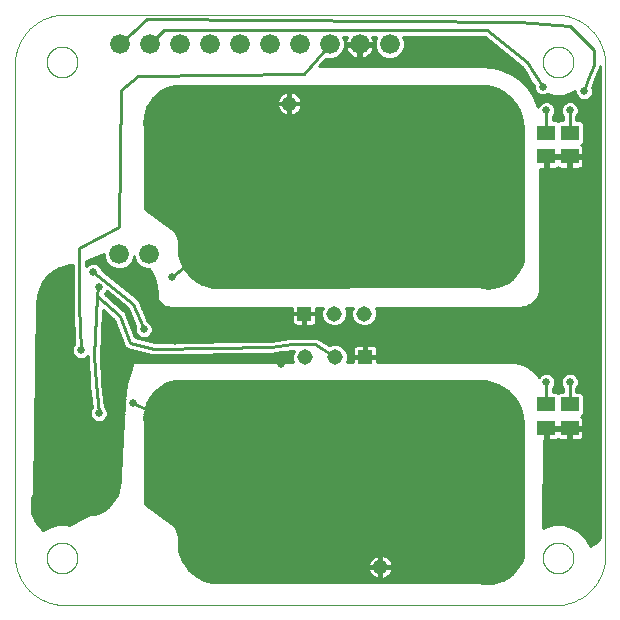
<source format=gbl>
G75*
%MOIN*%
%OFA0B0*%
%FSLAX25Y25*%
%IPPOS*%
%LPD*%
%AMOC8*
5,1,8,0,0,1.08239X$1,22.5*
%
%ADD10C,0.00000*%
%ADD11C,0.06600*%
%ADD12R,0.05906X0.05118*%
%ADD13C,0.05150*%
%ADD14R,0.05150X0.05150*%
%ADD15C,0.01000*%
%ADD16C,0.02500*%
D10*
X0001000Y0017703D02*
X0001000Y0181147D01*
X0011630Y0182102D02*
X0011632Y0182245D01*
X0011638Y0182388D01*
X0011648Y0182530D01*
X0011662Y0182672D01*
X0011680Y0182814D01*
X0011702Y0182956D01*
X0011727Y0183096D01*
X0011757Y0183236D01*
X0011791Y0183375D01*
X0011828Y0183513D01*
X0011870Y0183650D01*
X0011915Y0183785D01*
X0011964Y0183919D01*
X0012016Y0184052D01*
X0012072Y0184184D01*
X0012132Y0184313D01*
X0012196Y0184441D01*
X0012263Y0184568D01*
X0012334Y0184692D01*
X0012408Y0184814D01*
X0012485Y0184934D01*
X0012566Y0185052D01*
X0012650Y0185168D01*
X0012737Y0185281D01*
X0012827Y0185392D01*
X0012921Y0185500D01*
X0013017Y0185606D01*
X0013116Y0185708D01*
X0013219Y0185808D01*
X0013323Y0185905D01*
X0013431Y0186000D01*
X0013541Y0186091D01*
X0013654Y0186179D01*
X0013769Y0186263D01*
X0013886Y0186345D01*
X0014006Y0186423D01*
X0014127Y0186498D01*
X0014251Y0186570D01*
X0014377Y0186638D01*
X0014504Y0186702D01*
X0014634Y0186763D01*
X0014765Y0186820D01*
X0014897Y0186874D01*
X0015031Y0186923D01*
X0015166Y0186970D01*
X0015303Y0187012D01*
X0015441Y0187050D01*
X0015579Y0187085D01*
X0015719Y0187115D01*
X0015859Y0187142D01*
X0016000Y0187165D01*
X0016142Y0187184D01*
X0016284Y0187199D01*
X0016427Y0187210D01*
X0016569Y0187217D01*
X0016712Y0187220D01*
X0016855Y0187219D01*
X0016998Y0187214D01*
X0017141Y0187205D01*
X0017283Y0187192D01*
X0017425Y0187175D01*
X0017566Y0187154D01*
X0017707Y0187129D01*
X0017847Y0187101D01*
X0017986Y0187068D01*
X0018124Y0187031D01*
X0018261Y0186991D01*
X0018397Y0186947D01*
X0018532Y0186899D01*
X0018665Y0186847D01*
X0018797Y0186792D01*
X0018927Y0186733D01*
X0019056Y0186670D01*
X0019182Y0186604D01*
X0019307Y0186534D01*
X0019430Y0186461D01*
X0019550Y0186385D01*
X0019669Y0186305D01*
X0019785Y0186221D01*
X0019899Y0186135D01*
X0020010Y0186045D01*
X0020119Y0185953D01*
X0020225Y0185857D01*
X0020329Y0185759D01*
X0020430Y0185657D01*
X0020527Y0185553D01*
X0020622Y0185446D01*
X0020714Y0185337D01*
X0020803Y0185225D01*
X0020889Y0185110D01*
X0020971Y0184994D01*
X0021050Y0184874D01*
X0021126Y0184753D01*
X0021198Y0184630D01*
X0021267Y0184505D01*
X0021332Y0184378D01*
X0021394Y0184249D01*
X0021452Y0184118D01*
X0021507Y0183986D01*
X0021557Y0183852D01*
X0021604Y0183717D01*
X0021648Y0183581D01*
X0021687Y0183444D01*
X0021722Y0183305D01*
X0021754Y0183166D01*
X0021782Y0183026D01*
X0021806Y0182885D01*
X0021826Y0182743D01*
X0021842Y0182601D01*
X0021854Y0182459D01*
X0021862Y0182316D01*
X0021866Y0182173D01*
X0021866Y0182031D01*
X0021862Y0181888D01*
X0021854Y0181745D01*
X0021842Y0181603D01*
X0021826Y0181461D01*
X0021806Y0181319D01*
X0021782Y0181178D01*
X0021754Y0181038D01*
X0021722Y0180899D01*
X0021687Y0180760D01*
X0021648Y0180623D01*
X0021604Y0180487D01*
X0021557Y0180352D01*
X0021507Y0180218D01*
X0021452Y0180086D01*
X0021394Y0179955D01*
X0021332Y0179826D01*
X0021267Y0179699D01*
X0021198Y0179574D01*
X0021126Y0179451D01*
X0021050Y0179330D01*
X0020971Y0179210D01*
X0020889Y0179094D01*
X0020803Y0178979D01*
X0020714Y0178867D01*
X0020622Y0178758D01*
X0020527Y0178651D01*
X0020430Y0178547D01*
X0020329Y0178445D01*
X0020225Y0178347D01*
X0020119Y0178251D01*
X0020010Y0178159D01*
X0019899Y0178069D01*
X0019785Y0177983D01*
X0019669Y0177899D01*
X0019550Y0177819D01*
X0019430Y0177743D01*
X0019307Y0177670D01*
X0019182Y0177600D01*
X0019056Y0177534D01*
X0018927Y0177471D01*
X0018797Y0177412D01*
X0018665Y0177357D01*
X0018532Y0177305D01*
X0018397Y0177257D01*
X0018261Y0177213D01*
X0018124Y0177173D01*
X0017986Y0177136D01*
X0017847Y0177103D01*
X0017707Y0177075D01*
X0017566Y0177050D01*
X0017425Y0177029D01*
X0017283Y0177012D01*
X0017141Y0176999D01*
X0016998Y0176990D01*
X0016855Y0176985D01*
X0016712Y0176984D01*
X0016569Y0176987D01*
X0016427Y0176994D01*
X0016284Y0177005D01*
X0016142Y0177020D01*
X0016000Y0177039D01*
X0015859Y0177062D01*
X0015719Y0177089D01*
X0015579Y0177119D01*
X0015441Y0177154D01*
X0015303Y0177192D01*
X0015166Y0177234D01*
X0015031Y0177281D01*
X0014897Y0177330D01*
X0014765Y0177384D01*
X0014634Y0177441D01*
X0014504Y0177502D01*
X0014377Y0177566D01*
X0014251Y0177634D01*
X0014127Y0177706D01*
X0014006Y0177781D01*
X0013886Y0177859D01*
X0013769Y0177941D01*
X0013654Y0178025D01*
X0013541Y0178113D01*
X0013431Y0178204D01*
X0013323Y0178299D01*
X0013219Y0178396D01*
X0013116Y0178496D01*
X0013017Y0178598D01*
X0012921Y0178704D01*
X0012827Y0178812D01*
X0012737Y0178923D01*
X0012650Y0179036D01*
X0012566Y0179152D01*
X0012485Y0179270D01*
X0012408Y0179390D01*
X0012334Y0179512D01*
X0012263Y0179636D01*
X0012196Y0179763D01*
X0012132Y0179891D01*
X0012072Y0180020D01*
X0012016Y0180152D01*
X0011964Y0180285D01*
X0011915Y0180419D01*
X0011870Y0180554D01*
X0011828Y0180691D01*
X0011791Y0180829D01*
X0011757Y0180968D01*
X0011727Y0181108D01*
X0011702Y0181248D01*
X0011680Y0181390D01*
X0011662Y0181532D01*
X0011648Y0181674D01*
X0011638Y0181816D01*
X0011632Y0181959D01*
X0011630Y0182102D01*
X0001000Y0181147D02*
X0001005Y0181557D01*
X0001020Y0181967D01*
X0001045Y0182376D01*
X0001080Y0182784D01*
X0001126Y0183192D01*
X0001181Y0183598D01*
X0001246Y0184003D01*
X0001321Y0184406D01*
X0001406Y0184807D01*
X0001501Y0185205D01*
X0001605Y0185602D01*
X0001719Y0185996D01*
X0001843Y0186386D01*
X0001976Y0186774D01*
X0002119Y0187158D01*
X0002271Y0187539D01*
X0002433Y0187916D01*
X0002604Y0188288D01*
X0002783Y0188657D01*
X0002972Y0189021D01*
X0003170Y0189380D01*
X0003376Y0189734D01*
X0003591Y0190083D01*
X0003815Y0190427D01*
X0004047Y0190765D01*
X0004287Y0191097D01*
X0004535Y0191423D01*
X0004791Y0191743D01*
X0005055Y0192057D01*
X0005327Y0192364D01*
X0005606Y0192664D01*
X0005892Y0192958D01*
X0006186Y0193244D01*
X0006486Y0193523D01*
X0006793Y0193795D01*
X0007107Y0194059D01*
X0007427Y0194315D01*
X0007753Y0194563D01*
X0008085Y0194803D01*
X0008423Y0195035D01*
X0008767Y0195259D01*
X0009116Y0195474D01*
X0009470Y0195680D01*
X0009829Y0195878D01*
X0010193Y0196067D01*
X0010562Y0196246D01*
X0010934Y0196417D01*
X0011311Y0196579D01*
X0011692Y0196731D01*
X0012076Y0196874D01*
X0012464Y0197007D01*
X0012854Y0197131D01*
X0013248Y0197245D01*
X0013645Y0197349D01*
X0014043Y0197444D01*
X0014444Y0197529D01*
X0014847Y0197604D01*
X0015252Y0197669D01*
X0015658Y0197724D01*
X0016066Y0197770D01*
X0016474Y0197805D01*
X0016883Y0197830D01*
X0017293Y0197845D01*
X0017703Y0197850D01*
X0181147Y0197850D01*
X0176984Y0182102D02*
X0176986Y0182245D01*
X0176992Y0182388D01*
X0177002Y0182530D01*
X0177016Y0182672D01*
X0177034Y0182814D01*
X0177056Y0182956D01*
X0177081Y0183096D01*
X0177111Y0183236D01*
X0177145Y0183375D01*
X0177182Y0183513D01*
X0177224Y0183650D01*
X0177269Y0183785D01*
X0177318Y0183919D01*
X0177370Y0184052D01*
X0177426Y0184184D01*
X0177486Y0184313D01*
X0177550Y0184441D01*
X0177617Y0184568D01*
X0177688Y0184692D01*
X0177762Y0184814D01*
X0177839Y0184934D01*
X0177920Y0185052D01*
X0178004Y0185168D01*
X0178091Y0185281D01*
X0178181Y0185392D01*
X0178275Y0185500D01*
X0178371Y0185606D01*
X0178470Y0185708D01*
X0178573Y0185808D01*
X0178677Y0185905D01*
X0178785Y0186000D01*
X0178895Y0186091D01*
X0179008Y0186179D01*
X0179123Y0186263D01*
X0179240Y0186345D01*
X0179360Y0186423D01*
X0179481Y0186498D01*
X0179605Y0186570D01*
X0179731Y0186638D01*
X0179858Y0186702D01*
X0179988Y0186763D01*
X0180119Y0186820D01*
X0180251Y0186874D01*
X0180385Y0186923D01*
X0180520Y0186970D01*
X0180657Y0187012D01*
X0180795Y0187050D01*
X0180933Y0187085D01*
X0181073Y0187115D01*
X0181213Y0187142D01*
X0181354Y0187165D01*
X0181496Y0187184D01*
X0181638Y0187199D01*
X0181781Y0187210D01*
X0181923Y0187217D01*
X0182066Y0187220D01*
X0182209Y0187219D01*
X0182352Y0187214D01*
X0182495Y0187205D01*
X0182637Y0187192D01*
X0182779Y0187175D01*
X0182920Y0187154D01*
X0183061Y0187129D01*
X0183201Y0187101D01*
X0183340Y0187068D01*
X0183478Y0187031D01*
X0183615Y0186991D01*
X0183751Y0186947D01*
X0183886Y0186899D01*
X0184019Y0186847D01*
X0184151Y0186792D01*
X0184281Y0186733D01*
X0184410Y0186670D01*
X0184536Y0186604D01*
X0184661Y0186534D01*
X0184784Y0186461D01*
X0184904Y0186385D01*
X0185023Y0186305D01*
X0185139Y0186221D01*
X0185253Y0186135D01*
X0185364Y0186045D01*
X0185473Y0185953D01*
X0185579Y0185857D01*
X0185683Y0185759D01*
X0185784Y0185657D01*
X0185881Y0185553D01*
X0185976Y0185446D01*
X0186068Y0185337D01*
X0186157Y0185225D01*
X0186243Y0185110D01*
X0186325Y0184994D01*
X0186404Y0184874D01*
X0186480Y0184753D01*
X0186552Y0184630D01*
X0186621Y0184505D01*
X0186686Y0184378D01*
X0186748Y0184249D01*
X0186806Y0184118D01*
X0186861Y0183986D01*
X0186911Y0183852D01*
X0186958Y0183717D01*
X0187002Y0183581D01*
X0187041Y0183444D01*
X0187076Y0183305D01*
X0187108Y0183166D01*
X0187136Y0183026D01*
X0187160Y0182885D01*
X0187180Y0182743D01*
X0187196Y0182601D01*
X0187208Y0182459D01*
X0187216Y0182316D01*
X0187220Y0182173D01*
X0187220Y0182031D01*
X0187216Y0181888D01*
X0187208Y0181745D01*
X0187196Y0181603D01*
X0187180Y0181461D01*
X0187160Y0181319D01*
X0187136Y0181178D01*
X0187108Y0181038D01*
X0187076Y0180899D01*
X0187041Y0180760D01*
X0187002Y0180623D01*
X0186958Y0180487D01*
X0186911Y0180352D01*
X0186861Y0180218D01*
X0186806Y0180086D01*
X0186748Y0179955D01*
X0186686Y0179826D01*
X0186621Y0179699D01*
X0186552Y0179574D01*
X0186480Y0179451D01*
X0186404Y0179330D01*
X0186325Y0179210D01*
X0186243Y0179094D01*
X0186157Y0178979D01*
X0186068Y0178867D01*
X0185976Y0178758D01*
X0185881Y0178651D01*
X0185784Y0178547D01*
X0185683Y0178445D01*
X0185579Y0178347D01*
X0185473Y0178251D01*
X0185364Y0178159D01*
X0185253Y0178069D01*
X0185139Y0177983D01*
X0185023Y0177899D01*
X0184904Y0177819D01*
X0184784Y0177743D01*
X0184661Y0177670D01*
X0184536Y0177600D01*
X0184410Y0177534D01*
X0184281Y0177471D01*
X0184151Y0177412D01*
X0184019Y0177357D01*
X0183886Y0177305D01*
X0183751Y0177257D01*
X0183615Y0177213D01*
X0183478Y0177173D01*
X0183340Y0177136D01*
X0183201Y0177103D01*
X0183061Y0177075D01*
X0182920Y0177050D01*
X0182779Y0177029D01*
X0182637Y0177012D01*
X0182495Y0176999D01*
X0182352Y0176990D01*
X0182209Y0176985D01*
X0182066Y0176984D01*
X0181923Y0176987D01*
X0181781Y0176994D01*
X0181638Y0177005D01*
X0181496Y0177020D01*
X0181354Y0177039D01*
X0181213Y0177062D01*
X0181073Y0177089D01*
X0180933Y0177119D01*
X0180795Y0177154D01*
X0180657Y0177192D01*
X0180520Y0177234D01*
X0180385Y0177281D01*
X0180251Y0177330D01*
X0180119Y0177384D01*
X0179988Y0177441D01*
X0179858Y0177502D01*
X0179731Y0177566D01*
X0179605Y0177634D01*
X0179481Y0177706D01*
X0179360Y0177781D01*
X0179240Y0177859D01*
X0179123Y0177941D01*
X0179008Y0178025D01*
X0178895Y0178113D01*
X0178785Y0178204D01*
X0178677Y0178299D01*
X0178573Y0178396D01*
X0178470Y0178496D01*
X0178371Y0178598D01*
X0178275Y0178704D01*
X0178181Y0178812D01*
X0178091Y0178923D01*
X0178004Y0179036D01*
X0177920Y0179152D01*
X0177839Y0179270D01*
X0177762Y0179390D01*
X0177688Y0179512D01*
X0177617Y0179636D01*
X0177550Y0179763D01*
X0177486Y0179891D01*
X0177426Y0180020D01*
X0177370Y0180152D01*
X0177318Y0180285D01*
X0177269Y0180419D01*
X0177224Y0180554D01*
X0177182Y0180691D01*
X0177145Y0180829D01*
X0177111Y0180968D01*
X0177081Y0181108D01*
X0177056Y0181248D01*
X0177034Y0181390D01*
X0177016Y0181532D01*
X0177002Y0181674D01*
X0176992Y0181816D01*
X0176986Y0181959D01*
X0176984Y0182102D01*
X0181147Y0197850D02*
X0181551Y0197845D01*
X0181954Y0197830D01*
X0182357Y0197806D01*
X0182759Y0197772D01*
X0183160Y0197728D01*
X0183560Y0197675D01*
X0183959Y0197612D01*
X0184356Y0197539D01*
X0184751Y0197456D01*
X0185144Y0197365D01*
X0185535Y0197263D01*
X0185923Y0197153D01*
X0186309Y0197032D01*
X0186691Y0196903D01*
X0187070Y0196765D01*
X0187446Y0196617D01*
X0187818Y0196460D01*
X0188186Y0196295D01*
X0188550Y0196120D01*
X0188909Y0195937D01*
X0189264Y0195745D01*
X0189615Y0195544D01*
X0189960Y0195336D01*
X0190300Y0195119D01*
X0190635Y0194893D01*
X0190965Y0194660D01*
X0191288Y0194419D01*
X0191606Y0194170D01*
X0191918Y0193913D01*
X0192223Y0193649D01*
X0192522Y0193378D01*
X0192814Y0193100D01*
X0193100Y0192814D01*
X0193378Y0192522D01*
X0193649Y0192223D01*
X0193913Y0191918D01*
X0194170Y0191606D01*
X0194419Y0191288D01*
X0194660Y0190965D01*
X0194893Y0190635D01*
X0195119Y0190300D01*
X0195336Y0189960D01*
X0195544Y0189615D01*
X0195745Y0189264D01*
X0195937Y0188909D01*
X0196120Y0188550D01*
X0196295Y0188186D01*
X0196460Y0187818D01*
X0196617Y0187446D01*
X0196765Y0187070D01*
X0196903Y0186691D01*
X0197032Y0186309D01*
X0197153Y0185923D01*
X0197263Y0185535D01*
X0197365Y0185144D01*
X0197456Y0184751D01*
X0197539Y0184356D01*
X0197612Y0183959D01*
X0197675Y0183560D01*
X0197728Y0183160D01*
X0197772Y0182759D01*
X0197806Y0182357D01*
X0197830Y0181954D01*
X0197845Y0181551D01*
X0197850Y0181147D01*
X0197850Y0017703D01*
X0176984Y0016748D02*
X0176986Y0016891D01*
X0176992Y0017034D01*
X0177002Y0017176D01*
X0177016Y0017318D01*
X0177034Y0017460D01*
X0177056Y0017602D01*
X0177081Y0017742D01*
X0177111Y0017882D01*
X0177145Y0018021D01*
X0177182Y0018159D01*
X0177224Y0018296D01*
X0177269Y0018431D01*
X0177318Y0018565D01*
X0177370Y0018698D01*
X0177426Y0018830D01*
X0177486Y0018959D01*
X0177550Y0019087D01*
X0177617Y0019214D01*
X0177688Y0019338D01*
X0177762Y0019460D01*
X0177839Y0019580D01*
X0177920Y0019698D01*
X0178004Y0019814D01*
X0178091Y0019927D01*
X0178181Y0020038D01*
X0178275Y0020146D01*
X0178371Y0020252D01*
X0178470Y0020354D01*
X0178573Y0020454D01*
X0178677Y0020551D01*
X0178785Y0020646D01*
X0178895Y0020737D01*
X0179008Y0020825D01*
X0179123Y0020909D01*
X0179240Y0020991D01*
X0179360Y0021069D01*
X0179481Y0021144D01*
X0179605Y0021216D01*
X0179731Y0021284D01*
X0179858Y0021348D01*
X0179988Y0021409D01*
X0180119Y0021466D01*
X0180251Y0021520D01*
X0180385Y0021569D01*
X0180520Y0021616D01*
X0180657Y0021658D01*
X0180795Y0021696D01*
X0180933Y0021731D01*
X0181073Y0021761D01*
X0181213Y0021788D01*
X0181354Y0021811D01*
X0181496Y0021830D01*
X0181638Y0021845D01*
X0181781Y0021856D01*
X0181923Y0021863D01*
X0182066Y0021866D01*
X0182209Y0021865D01*
X0182352Y0021860D01*
X0182495Y0021851D01*
X0182637Y0021838D01*
X0182779Y0021821D01*
X0182920Y0021800D01*
X0183061Y0021775D01*
X0183201Y0021747D01*
X0183340Y0021714D01*
X0183478Y0021677D01*
X0183615Y0021637D01*
X0183751Y0021593D01*
X0183886Y0021545D01*
X0184019Y0021493D01*
X0184151Y0021438D01*
X0184281Y0021379D01*
X0184410Y0021316D01*
X0184536Y0021250D01*
X0184661Y0021180D01*
X0184784Y0021107D01*
X0184904Y0021031D01*
X0185023Y0020951D01*
X0185139Y0020867D01*
X0185253Y0020781D01*
X0185364Y0020691D01*
X0185473Y0020599D01*
X0185579Y0020503D01*
X0185683Y0020405D01*
X0185784Y0020303D01*
X0185881Y0020199D01*
X0185976Y0020092D01*
X0186068Y0019983D01*
X0186157Y0019871D01*
X0186243Y0019756D01*
X0186325Y0019640D01*
X0186404Y0019520D01*
X0186480Y0019399D01*
X0186552Y0019276D01*
X0186621Y0019151D01*
X0186686Y0019024D01*
X0186748Y0018895D01*
X0186806Y0018764D01*
X0186861Y0018632D01*
X0186911Y0018498D01*
X0186958Y0018363D01*
X0187002Y0018227D01*
X0187041Y0018090D01*
X0187076Y0017951D01*
X0187108Y0017812D01*
X0187136Y0017672D01*
X0187160Y0017531D01*
X0187180Y0017389D01*
X0187196Y0017247D01*
X0187208Y0017105D01*
X0187216Y0016962D01*
X0187220Y0016819D01*
X0187220Y0016677D01*
X0187216Y0016534D01*
X0187208Y0016391D01*
X0187196Y0016249D01*
X0187180Y0016107D01*
X0187160Y0015965D01*
X0187136Y0015824D01*
X0187108Y0015684D01*
X0187076Y0015545D01*
X0187041Y0015406D01*
X0187002Y0015269D01*
X0186958Y0015133D01*
X0186911Y0014998D01*
X0186861Y0014864D01*
X0186806Y0014732D01*
X0186748Y0014601D01*
X0186686Y0014472D01*
X0186621Y0014345D01*
X0186552Y0014220D01*
X0186480Y0014097D01*
X0186404Y0013976D01*
X0186325Y0013856D01*
X0186243Y0013740D01*
X0186157Y0013625D01*
X0186068Y0013513D01*
X0185976Y0013404D01*
X0185881Y0013297D01*
X0185784Y0013193D01*
X0185683Y0013091D01*
X0185579Y0012993D01*
X0185473Y0012897D01*
X0185364Y0012805D01*
X0185253Y0012715D01*
X0185139Y0012629D01*
X0185023Y0012545D01*
X0184904Y0012465D01*
X0184784Y0012389D01*
X0184661Y0012316D01*
X0184536Y0012246D01*
X0184410Y0012180D01*
X0184281Y0012117D01*
X0184151Y0012058D01*
X0184019Y0012003D01*
X0183886Y0011951D01*
X0183751Y0011903D01*
X0183615Y0011859D01*
X0183478Y0011819D01*
X0183340Y0011782D01*
X0183201Y0011749D01*
X0183061Y0011721D01*
X0182920Y0011696D01*
X0182779Y0011675D01*
X0182637Y0011658D01*
X0182495Y0011645D01*
X0182352Y0011636D01*
X0182209Y0011631D01*
X0182066Y0011630D01*
X0181923Y0011633D01*
X0181781Y0011640D01*
X0181638Y0011651D01*
X0181496Y0011666D01*
X0181354Y0011685D01*
X0181213Y0011708D01*
X0181073Y0011735D01*
X0180933Y0011765D01*
X0180795Y0011800D01*
X0180657Y0011838D01*
X0180520Y0011880D01*
X0180385Y0011927D01*
X0180251Y0011976D01*
X0180119Y0012030D01*
X0179988Y0012087D01*
X0179858Y0012148D01*
X0179731Y0012212D01*
X0179605Y0012280D01*
X0179481Y0012352D01*
X0179360Y0012427D01*
X0179240Y0012505D01*
X0179123Y0012587D01*
X0179008Y0012671D01*
X0178895Y0012759D01*
X0178785Y0012850D01*
X0178677Y0012945D01*
X0178573Y0013042D01*
X0178470Y0013142D01*
X0178371Y0013244D01*
X0178275Y0013350D01*
X0178181Y0013458D01*
X0178091Y0013569D01*
X0178004Y0013682D01*
X0177920Y0013798D01*
X0177839Y0013916D01*
X0177762Y0014036D01*
X0177688Y0014158D01*
X0177617Y0014282D01*
X0177550Y0014409D01*
X0177486Y0014537D01*
X0177426Y0014666D01*
X0177370Y0014798D01*
X0177318Y0014931D01*
X0177269Y0015065D01*
X0177224Y0015200D01*
X0177182Y0015337D01*
X0177145Y0015475D01*
X0177111Y0015614D01*
X0177081Y0015754D01*
X0177056Y0015894D01*
X0177034Y0016036D01*
X0177016Y0016178D01*
X0177002Y0016320D01*
X0176992Y0016462D01*
X0176986Y0016605D01*
X0176984Y0016748D01*
X0181147Y0001000D02*
X0181551Y0001005D01*
X0181954Y0001020D01*
X0182357Y0001044D01*
X0182759Y0001078D01*
X0183160Y0001122D01*
X0183560Y0001175D01*
X0183959Y0001238D01*
X0184356Y0001311D01*
X0184751Y0001394D01*
X0185144Y0001485D01*
X0185535Y0001587D01*
X0185923Y0001697D01*
X0186309Y0001818D01*
X0186691Y0001947D01*
X0187070Y0002085D01*
X0187446Y0002233D01*
X0187818Y0002390D01*
X0188186Y0002555D01*
X0188550Y0002730D01*
X0188909Y0002913D01*
X0189264Y0003105D01*
X0189615Y0003306D01*
X0189960Y0003514D01*
X0190300Y0003731D01*
X0190635Y0003957D01*
X0190965Y0004190D01*
X0191288Y0004431D01*
X0191606Y0004680D01*
X0191918Y0004937D01*
X0192223Y0005201D01*
X0192522Y0005472D01*
X0192814Y0005750D01*
X0193100Y0006036D01*
X0193378Y0006328D01*
X0193649Y0006627D01*
X0193913Y0006932D01*
X0194170Y0007244D01*
X0194419Y0007562D01*
X0194660Y0007885D01*
X0194893Y0008215D01*
X0195119Y0008550D01*
X0195336Y0008890D01*
X0195544Y0009235D01*
X0195745Y0009586D01*
X0195937Y0009941D01*
X0196120Y0010300D01*
X0196295Y0010664D01*
X0196460Y0011032D01*
X0196617Y0011404D01*
X0196765Y0011780D01*
X0196903Y0012159D01*
X0197032Y0012541D01*
X0197153Y0012927D01*
X0197263Y0013315D01*
X0197365Y0013706D01*
X0197456Y0014099D01*
X0197539Y0014494D01*
X0197612Y0014891D01*
X0197675Y0015290D01*
X0197728Y0015690D01*
X0197772Y0016091D01*
X0197806Y0016493D01*
X0197830Y0016896D01*
X0197845Y0017299D01*
X0197850Y0017703D01*
X0181147Y0001000D02*
X0017703Y0001000D01*
X0011630Y0016748D02*
X0011632Y0016891D01*
X0011638Y0017034D01*
X0011648Y0017176D01*
X0011662Y0017318D01*
X0011680Y0017460D01*
X0011702Y0017602D01*
X0011727Y0017742D01*
X0011757Y0017882D01*
X0011791Y0018021D01*
X0011828Y0018159D01*
X0011870Y0018296D01*
X0011915Y0018431D01*
X0011964Y0018565D01*
X0012016Y0018698D01*
X0012072Y0018830D01*
X0012132Y0018959D01*
X0012196Y0019087D01*
X0012263Y0019214D01*
X0012334Y0019338D01*
X0012408Y0019460D01*
X0012485Y0019580D01*
X0012566Y0019698D01*
X0012650Y0019814D01*
X0012737Y0019927D01*
X0012827Y0020038D01*
X0012921Y0020146D01*
X0013017Y0020252D01*
X0013116Y0020354D01*
X0013219Y0020454D01*
X0013323Y0020551D01*
X0013431Y0020646D01*
X0013541Y0020737D01*
X0013654Y0020825D01*
X0013769Y0020909D01*
X0013886Y0020991D01*
X0014006Y0021069D01*
X0014127Y0021144D01*
X0014251Y0021216D01*
X0014377Y0021284D01*
X0014504Y0021348D01*
X0014634Y0021409D01*
X0014765Y0021466D01*
X0014897Y0021520D01*
X0015031Y0021569D01*
X0015166Y0021616D01*
X0015303Y0021658D01*
X0015441Y0021696D01*
X0015579Y0021731D01*
X0015719Y0021761D01*
X0015859Y0021788D01*
X0016000Y0021811D01*
X0016142Y0021830D01*
X0016284Y0021845D01*
X0016427Y0021856D01*
X0016569Y0021863D01*
X0016712Y0021866D01*
X0016855Y0021865D01*
X0016998Y0021860D01*
X0017141Y0021851D01*
X0017283Y0021838D01*
X0017425Y0021821D01*
X0017566Y0021800D01*
X0017707Y0021775D01*
X0017847Y0021747D01*
X0017986Y0021714D01*
X0018124Y0021677D01*
X0018261Y0021637D01*
X0018397Y0021593D01*
X0018532Y0021545D01*
X0018665Y0021493D01*
X0018797Y0021438D01*
X0018927Y0021379D01*
X0019056Y0021316D01*
X0019182Y0021250D01*
X0019307Y0021180D01*
X0019430Y0021107D01*
X0019550Y0021031D01*
X0019669Y0020951D01*
X0019785Y0020867D01*
X0019899Y0020781D01*
X0020010Y0020691D01*
X0020119Y0020599D01*
X0020225Y0020503D01*
X0020329Y0020405D01*
X0020430Y0020303D01*
X0020527Y0020199D01*
X0020622Y0020092D01*
X0020714Y0019983D01*
X0020803Y0019871D01*
X0020889Y0019756D01*
X0020971Y0019640D01*
X0021050Y0019520D01*
X0021126Y0019399D01*
X0021198Y0019276D01*
X0021267Y0019151D01*
X0021332Y0019024D01*
X0021394Y0018895D01*
X0021452Y0018764D01*
X0021507Y0018632D01*
X0021557Y0018498D01*
X0021604Y0018363D01*
X0021648Y0018227D01*
X0021687Y0018090D01*
X0021722Y0017951D01*
X0021754Y0017812D01*
X0021782Y0017672D01*
X0021806Y0017531D01*
X0021826Y0017389D01*
X0021842Y0017247D01*
X0021854Y0017105D01*
X0021862Y0016962D01*
X0021866Y0016819D01*
X0021866Y0016677D01*
X0021862Y0016534D01*
X0021854Y0016391D01*
X0021842Y0016249D01*
X0021826Y0016107D01*
X0021806Y0015965D01*
X0021782Y0015824D01*
X0021754Y0015684D01*
X0021722Y0015545D01*
X0021687Y0015406D01*
X0021648Y0015269D01*
X0021604Y0015133D01*
X0021557Y0014998D01*
X0021507Y0014864D01*
X0021452Y0014732D01*
X0021394Y0014601D01*
X0021332Y0014472D01*
X0021267Y0014345D01*
X0021198Y0014220D01*
X0021126Y0014097D01*
X0021050Y0013976D01*
X0020971Y0013856D01*
X0020889Y0013740D01*
X0020803Y0013625D01*
X0020714Y0013513D01*
X0020622Y0013404D01*
X0020527Y0013297D01*
X0020430Y0013193D01*
X0020329Y0013091D01*
X0020225Y0012993D01*
X0020119Y0012897D01*
X0020010Y0012805D01*
X0019899Y0012715D01*
X0019785Y0012629D01*
X0019669Y0012545D01*
X0019550Y0012465D01*
X0019430Y0012389D01*
X0019307Y0012316D01*
X0019182Y0012246D01*
X0019056Y0012180D01*
X0018927Y0012117D01*
X0018797Y0012058D01*
X0018665Y0012003D01*
X0018532Y0011951D01*
X0018397Y0011903D01*
X0018261Y0011859D01*
X0018124Y0011819D01*
X0017986Y0011782D01*
X0017847Y0011749D01*
X0017707Y0011721D01*
X0017566Y0011696D01*
X0017425Y0011675D01*
X0017283Y0011658D01*
X0017141Y0011645D01*
X0016998Y0011636D01*
X0016855Y0011631D01*
X0016712Y0011630D01*
X0016569Y0011633D01*
X0016427Y0011640D01*
X0016284Y0011651D01*
X0016142Y0011666D01*
X0016000Y0011685D01*
X0015859Y0011708D01*
X0015719Y0011735D01*
X0015579Y0011765D01*
X0015441Y0011800D01*
X0015303Y0011838D01*
X0015166Y0011880D01*
X0015031Y0011927D01*
X0014897Y0011976D01*
X0014765Y0012030D01*
X0014634Y0012087D01*
X0014504Y0012148D01*
X0014377Y0012212D01*
X0014251Y0012280D01*
X0014127Y0012352D01*
X0014006Y0012427D01*
X0013886Y0012505D01*
X0013769Y0012587D01*
X0013654Y0012671D01*
X0013541Y0012759D01*
X0013431Y0012850D01*
X0013323Y0012945D01*
X0013219Y0013042D01*
X0013116Y0013142D01*
X0013017Y0013244D01*
X0012921Y0013350D01*
X0012827Y0013458D01*
X0012737Y0013569D01*
X0012650Y0013682D01*
X0012566Y0013798D01*
X0012485Y0013916D01*
X0012408Y0014036D01*
X0012334Y0014158D01*
X0012263Y0014282D01*
X0012196Y0014409D01*
X0012132Y0014537D01*
X0012072Y0014666D01*
X0012016Y0014798D01*
X0011964Y0014931D01*
X0011915Y0015065D01*
X0011870Y0015200D01*
X0011828Y0015337D01*
X0011791Y0015475D01*
X0011757Y0015614D01*
X0011727Y0015754D01*
X0011702Y0015894D01*
X0011680Y0016036D01*
X0011662Y0016178D01*
X0011648Y0016320D01*
X0011638Y0016462D01*
X0011632Y0016605D01*
X0011630Y0016748D01*
X0001000Y0017703D02*
X0001005Y0017293D01*
X0001020Y0016883D01*
X0001045Y0016474D01*
X0001080Y0016066D01*
X0001126Y0015658D01*
X0001181Y0015252D01*
X0001246Y0014847D01*
X0001321Y0014444D01*
X0001406Y0014043D01*
X0001501Y0013645D01*
X0001605Y0013248D01*
X0001719Y0012854D01*
X0001843Y0012464D01*
X0001976Y0012076D01*
X0002119Y0011692D01*
X0002271Y0011311D01*
X0002433Y0010934D01*
X0002604Y0010562D01*
X0002783Y0010193D01*
X0002972Y0009829D01*
X0003170Y0009470D01*
X0003376Y0009116D01*
X0003591Y0008767D01*
X0003815Y0008423D01*
X0004047Y0008085D01*
X0004287Y0007753D01*
X0004535Y0007427D01*
X0004791Y0007107D01*
X0005055Y0006793D01*
X0005327Y0006486D01*
X0005606Y0006186D01*
X0005892Y0005892D01*
X0006186Y0005606D01*
X0006486Y0005327D01*
X0006793Y0005055D01*
X0007107Y0004791D01*
X0007427Y0004535D01*
X0007753Y0004287D01*
X0008085Y0004047D01*
X0008423Y0003815D01*
X0008767Y0003591D01*
X0009116Y0003376D01*
X0009470Y0003170D01*
X0009829Y0002972D01*
X0010193Y0002783D01*
X0010562Y0002604D01*
X0010934Y0002433D01*
X0011311Y0002271D01*
X0011692Y0002119D01*
X0012076Y0001976D01*
X0012464Y0001843D01*
X0012854Y0001719D01*
X0013248Y0001605D01*
X0013645Y0001501D01*
X0014043Y0001406D01*
X0014444Y0001321D01*
X0014847Y0001246D01*
X0015252Y0001181D01*
X0015658Y0001126D01*
X0016066Y0001080D01*
X0016474Y0001045D01*
X0016883Y0001020D01*
X0017293Y0001005D01*
X0017703Y0001000D01*
D11*
X0035764Y0117929D03*
X0045764Y0117929D03*
X0045921Y0187969D03*
X0035921Y0187969D03*
X0055921Y0187969D03*
X0065921Y0187969D03*
X0075921Y0187969D03*
X0085921Y0187969D03*
X0095921Y0187969D03*
X0105921Y0187969D03*
X0115921Y0187969D03*
X0125921Y0187969D03*
D12*
X0178165Y0158480D03*
X0178165Y0150606D03*
X0186039Y0150606D03*
X0186039Y0158480D03*
X0186039Y0067929D03*
X0178165Y0067929D03*
X0178165Y0060055D03*
X0186039Y0060055D03*
D13*
X0122811Y0013776D03*
X0107811Y0083776D03*
X0097811Y0083776D03*
X0107500Y0098224D03*
X0117500Y0098224D03*
X0092500Y0168224D03*
D14*
X0097500Y0098224D03*
X0117811Y0083776D03*
D15*
X0117524Y0083876D02*
X0112086Y0083876D01*
X0112086Y0084626D02*
X0111435Y0086197D01*
X0110232Y0087400D01*
X0108661Y0088050D01*
X0106961Y0088050D01*
X0105841Y0087586D01*
X0102376Y0089735D01*
X0101911Y0090200D01*
X0101627Y0090200D01*
X0101385Y0090350D01*
X0100746Y0090200D01*
X0094233Y0090200D01*
X0094091Y0090307D01*
X0093344Y0090200D01*
X0092589Y0090200D01*
X0092463Y0090074D01*
X0086330Y0089198D01*
X0047757Y0088703D01*
X0041138Y0090358D01*
X0038168Y0097995D01*
X0038122Y0098580D01*
X0037850Y0098813D01*
X0037720Y0099147D01*
X0037183Y0099383D01*
X0030914Y0104742D01*
X0031501Y0105329D01*
X0031689Y0105784D01*
X0038680Y0100142D01*
X0041215Y0093985D01*
X0041050Y0093587D01*
X0041050Y0092413D01*
X0041499Y0091329D01*
X0042329Y0090499D01*
X0043413Y0090050D01*
X0044587Y0090050D01*
X0045671Y0090499D01*
X0046501Y0091329D01*
X0046950Y0092413D01*
X0046950Y0093587D01*
X0046501Y0094671D01*
X0045671Y0095501D01*
X0045283Y0095661D01*
X0042654Y0102047D01*
X0042591Y0102640D01*
X0042320Y0102858D01*
X0042187Y0103180D01*
X0041637Y0103410D01*
X0030147Y0112683D01*
X0030147Y0112823D01*
X0029698Y0113907D01*
X0028868Y0114737D01*
X0027784Y0115186D01*
X0026610Y0115186D01*
X0025526Y0114737D01*
X0024711Y0113922D01*
X0024712Y0115748D01*
X0030764Y0117927D01*
X0030764Y0116935D01*
X0031525Y0115097D01*
X0032931Y0113690D01*
X0034769Y0112929D01*
X0036758Y0112929D01*
X0038596Y0113690D01*
X0040003Y0115097D01*
X0040764Y0116935D01*
X0041525Y0115097D01*
X0042931Y0113690D01*
X0044769Y0112929D01*
X0045736Y0112929D01*
X0045991Y0112590D01*
X0046961Y0110812D01*
X0047669Y0108914D01*
X0048100Y0106935D01*
X0048244Y0104915D01*
X0048244Y0104839D01*
X0048314Y0104036D01*
X0048523Y0103257D01*
X0048864Y0102526D01*
X0049327Y0101865D01*
X0049897Y0101295D01*
X0050558Y0100832D01*
X0051288Y0100492D01*
X0052068Y0100283D01*
X0052871Y0100213D01*
X0093425Y0100213D01*
X0093425Y0098512D01*
X0097213Y0098512D01*
X0097213Y0097937D01*
X0097787Y0097937D01*
X0097787Y0094150D01*
X0100272Y0094150D01*
X0100654Y0094252D01*
X0100996Y0094449D01*
X0101275Y0094729D01*
X0101473Y0095071D01*
X0101575Y0095452D01*
X0101575Y0097937D01*
X0097787Y0097937D01*
X0097787Y0098512D01*
X0101575Y0098512D01*
X0101575Y0100213D01*
X0103697Y0100213D01*
X0103225Y0099075D01*
X0103225Y0097374D01*
X0103876Y0095803D01*
X0105079Y0094600D01*
X0106650Y0093950D01*
X0108350Y0093950D01*
X0109921Y0094600D01*
X0111124Y0095803D01*
X0111775Y0097374D01*
X0111775Y0099075D01*
X0111303Y0100213D01*
X0113697Y0100213D01*
X0113225Y0099075D01*
X0113225Y0097374D01*
X0113876Y0095803D01*
X0115079Y0094600D01*
X0116650Y0093950D01*
X0118350Y0093950D01*
X0119921Y0094600D01*
X0121124Y0095803D01*
X0121775Y0097374D01*
X0121775Y0099075D01*
X0121303Y0100213D01*
X0169504Y0100213D01*
X0170551Y0100295D01*
X0171572Y0100540D01*
X0172542Y0100942D01*
X0173438Y0101491D01*
X0174237Y0102173D01*
X0174919Y0102972D01*
X0175467Y0103867D01*
X0175869Y0104837D01*
X0176114Y0105859D01*
X0176197Y0106906D01*
X0176197Y0146547D01*
X0177665Y0146547D01*
X0177665Y0150106D01*
X0178665Y0150106D01*
X0178665Y0146547D01*
X0181316Y0146547D01*
X0181697Y0146649D01*
X0182039Y0146847D01*
X0182102Y0146910D01*
X0182166Y0146847D01*
X0182508Y0146649D01*
X0182889Y0146547D01*
X0185539Y0146547D01*
X0185539Y0150106D01*
X0178665Y0150106D01*
X0178665Y0151106D01*
X0182618Y0151106D01*
X0185539Y0151106D01*
X0185539Y0150106D01*
X0186539Y0150106D01*
X0186539Y0146547D01*
X0189190Y0146547D01*
X0189571Y0146649D01*
X0189913Y0146847D01*
X0190192Y0147126D01*
X0190390Y0147468D01*
X0190492Y0147850D01*
X0190492Y0150106D01*
X0186539Y0150106D01*
X0186539Y0151106D01*
X0190492Y0151106D01*
X0190492Y0153363D01*
X0190390Y0153744D01*
X0190192Y0154086D01*
X0189913Y0154366D01*
X0189867Y0154392D01*
X0190692Y0155217D01*
X0190692Y0161744D01*
X0189696Y0162739D01*
X0188239Y0162739D01*
X0188239Y0163989D01*
X0188540Y0164290D01*
X0188989Y0165374D01*
X0188989Y0166547D01*
X0188540Y0167632D01*
X0187710Y0168462D01*
X0186626Y0168911D01*
X0185453Y0168911D01*
X0184368Y0168462D01*
X0183538Y0167632D01*
X0183089Y0166547D01*
X0183089Y0165374D01*
X0183538Y0164290D01*
X0183839Y0163989D01*
X0183839Y0162739D01*
X0182382Y0162739D01*
X0182102Y0162459D01*
X0181822Y0162739D01*
X0180365Y0162739D01*
X0180365Y0163989D01*
X0180666Y0164290D01*
X0181115Y0165374D01*
X0181115Y0166547D01*
X0180666Y0167632D01*
X0179836Y0168462D01*
X0178752Y0168911D01*
X0177579Y0168911D01*
X0176494Y0168462D01*
X0175664Y0167632D01*
X0175391Y0166972D01*
X0174744Y0168880D01*
X0173639Y0171119D01*
X0172252Y0173196D01*
X0170605Y0175073D01*
X0168727Y0176720D01*
X0166651Y0178108D01*
X0164411Y0179212D01*
X0162046Y0180015D01*
X0159597Y0180502D01*
X0157105Y0180665D01*
X0102522Y0180665D01*
X0104620Y0183095D01*
X0104927Y0182969D01*
X0106916Y0182969D01*
X0108754Y0183730D01*
X0110160Y0185136D01*
X0110921Y0186974D01*
X0110921Y0188963D01*
X0110271Y0190532D01*
X0111851Y0190532D01*
X0111816Y0190484D01*
X0111473Y0189811D01*
X0111239Y0189093D01*
X0111141Y0188468D01*
X0115421Y0188468D01*
X0115421Y0187469D01*
X0111141Y0187469D01*
X0111239Y0186844D01*
X0111473Y0186126D01*
X0111816Y0185453D01*
X0112260Y0184842D01*
X0112794Y0184307D01*
X0113406Y0183863D01*
X0114079Y0183520D01*
X0114797Y0183287D01*
X0115421Y0183188D01*
X0115421Y0187468D01*
X0116421Y0187468D01*
X0116421Y0183188D01*
X0117045Y0183287D01*
X0117764Y0183520D01*
X0118437Y0183863D01*
X0119048Y0184307D01*
X0119582Y0184842D01*
X0120027Y0185453D01*
X0120370Y0186126D01*
X0120603Y0186844D01*
X0120702Y0187469D01*
X0116421Y0187469D01*
X0116421Y0188468D01*
X0120702Y0188468D01*
X0120603Y0189093D01*
X0120370Y0189811D01*
X0120027Y0190484D01*
X0119992Y0190532D01*
X0121571Y0190532D01*
X0120921Y0188963D01*
X0120921Y0186974D01*
X0121682Y0185136D01*
X0123089Y0183730D01*
X0124927Y0182969D01*
X0126916Y0182969D01*
X0128754Y0183730D01*
X0130160Y0185136D01*
X0130921Y0186974D01*
X0130921Y0188963D01*
X0130271Y0190532D01*
X0157702Y0190532D01*
X0170083Y0180514D01*
X0171471Y0178343D01*
X0171626Y0177763D01*
X0173106Y0175199D01*
X0173975Y0174330D01*
X0173975Y0173307D01*
X0174424Y0172223D01*
X0175254Y0171393D01*
X0176338Y0170944D01*
X0177512Y0170944D01*
X0178596Y0171393D01*
X0178604Y0171401D01*
X0180622Y0170860D01*
X0183582Y0170860D01*
X0186442Y0171626D01*
X0187818Y0172420D01*
X0187818Y0171764D01*
X0188267Y0170679D01*
X0189097Y0169850D01*
X0190181Y0169400D01*
X0191355Y0169400D01*
X0192439Y0169850D01*
X0193269Y0170679D01*
X0193718Y0171764D01*
X0193718Y0172937D01*
X0193465Y0173548D01*
X0194105Y0175536D01*
X0195785Y0179681D01*
X0196113Y0180010D01*
X0196113Y0180492D01*
X0196150Y0180584D01*
X0196150Y0023264D01*
X0194446Y0021858D01*
X0192670Y0020747D01*
X0192579Y0021087D01*
X0191099Y0023651D01*
X0189005Y0025744D01*
X0186442Y0027224D01*
X0183582Y0027991D01*
X0180622Y0027991D01*
X0177763Y0027224D01*
X0177164Y0026879D01*
X0177570Y0055996D01*
X0177665Y0055996D01*
X0177665Y0059555D01*
X0178665Y0059555D01*
X0178665Y0055996D01*
X0181316Y0055996D01*
X0181697Y0056098D01*
X0182039Y0056296D01*
X0182102Y0056359D01*
X0182166Y0056296D01*
X0182508Y0056098D01*
X0182889Y0055996D01*
X0185539Y0055996D01*
X0185539Y0059555D01*
X0178665Y0059555D01*
X0178665Y0060555D01*
X0181587Y0060555D01*
X0185539Y0060555D01*
X0185539Y0059555D01*
X0186539Y0059555D01*
X0186539Y0055996D01*
X0189190Y0055996D01*
X0189571Y0056098D01*
X0189913Y0056296D01*
X0190192Y0056575D01*
X0190390Y0056917D01*
X0190492Y0057299D01*
X0190492Y0059555D01*
X0186539Y0059555D01*
X0186539Y0060555D01*
X0190492Y0060555D01*
X0190492Y0062812D01*
X0190390Y0063193D01*
X0190192Y0063535D01*
X0189913Y0063814D01*
X0189867Y0063841D01*
X0190692Y0064666D01*
X0190692Y0071192D01*
X0189696Y0072188D01*
X0188239Y0072188D01*
X0188239Y0073438D01*
X0188540Y0073738D01*
X0188989Y0074823D01*
X0188989Y0075996D01*
X0188540Y0077080D01*
X0187710Y0077910D01*
X0186626Y0078359D01*
X0185453Y0078359D01*
X0184368Y0077910D01*
X0183538Y0077080D01*
X0183089Y0075996D01*
X0183089Y0074823D01*
X0183538Y0073738D01*
X0183839Y0073438D01*
X0183839Y0072188D01*
X0182382Y0072188D01*
X0182102Y0071908D01*
X0181822Y0072188D01*
X0180365Y0072188D01*
X0180365Y0073438D01*
X0180666Y0073738D01*
X0181115Y0074823D01*
X0181115Y0075996D01*
X0180666Y0077080D01*
X0179836Y0077910D01*
X0178752Y0078359D01*
X0177579Y0078359D01*
X0176494Y0077910D01*
X0175668Y0077084D01*
X0174924Y0078078D01*
X0173748Y0079255D01*
X0172416Y0080252D01*
X0170956Y0081049D01*
X0169397Y0081630D01*
X0167772Y0081984D01*
X0166113Y0082102D01*
X0121886Y0082102D01*
X0121886Y0083488D01*
X0118098Y0083488D01*
X0118098Y0084063D01*
X0117524Y0084063D01*
X0117524Y0087850D01*
X0115039Y0087850D01*
X0114657Y0087748D01*
X0114315Y0087551D01*
X0114036Y0087271D01*
X0113838Y0086929D01*
X0113736Y0086548D01*
X0113736Y0084063D01*
X0117524Y0084063D01*
X0117524Y0083488D01*
X0113736Y0083488D01*
X0113736Y0082102D01*
X0111745Y0082102D01*
X0112086Y0082925D01*
X0112086Y0084626D01*
X0111983Y0084875D02*
X0113736Y0084875D01*
X0113736Y0085873D02*
X0111569Y0085873D01*
X0110760Y0086872D02*
X0113823Y0086872D01*
X0117524Y0086872D02*
X0118098Y0086872D01*
X0118098Y0087850D02*
X0118098Y0084063D01*
X0121886Y0084063D01*
X0121886Y0086548D01*
X0121784Y0086929D01*
X0121586Y0087271D01*
X0121307Y0087551D01*
X0120965Y0087748D01*
X0120583Y0087850D01*
X0118098Y0087850D01*
X0118098Y0085873D02*
X0117524Y0085873D01*
X0117524Y0084875D02*
X0118098Y0084875D01*
X0118098Y0083876D02*
X0196150Y0083876D01*
X0196150Y0082878D02*
X0121886Y0082878D01*
X0121886Y0084875D02*
X0196150Y0084875D01*
X0196150Y0085873D02*
X0121886Y0085873D01*
X0121799Y0086872D02*
X0196150Y0086872D01*
X0196150Y0087870D02*
X0109096Y0087870D01*
X0106526Y0087870D02*
X0105383Y0087870D01*
X0103773Y0088869D02*
X0196150Y0088869D01*
X0196150Y0089868D02*
X0102244Y0089868D01*
X0101000Y0088000D02*
X0093500Y0088000D01*
X0086500Y0087000D01*
X0047500Y0086500D01*
X0039500Y0088500D01*
X0036000Y0097500D01*
X0028450Y0103955D01*
X0027500Y0084000D01*
X0028000Y0075000D01*
X0029000Y0065000D01*
X0031080Y0062908D02*
X0037160Y0062908D01*
X0037224Y0063906D02*
X0031740Y0063906D01*
X0031950Y0064413D02*
X0031501Y0063329D01*
X0030671Y0062499D01*
X0029587Y0062050D01*
X0028413Y0062050D01*
X0027329Y0062499D01*
X0026499Y0063329D01*
X0026050Y0064413D01*
X0026050Y0065587D01*
X0026499Y0066671D01*
X0026611Y0066783D01*
X0025896Y0073930D01*
X0025854Y0073968D01*
X0025806Y0074829D01*
X0025720Y0075688D01*
X0025756Y0075731D01*
X0025347Y0083098D01*
X0025259Y0083194D01*
X0025297Y0083991D01*
X0025290Y0084118D01*
X0024671Y0083499D01*
X0023587Y0083050D01*
X0022413Y0083050D01*
X0021329Y0083499D01*
X0020499Y0084329D01*
X0020050Y0085413D01*
X0020050Y0086587D01*
X0020499Y0087671D01*
X0020735Y0087907D01*
X0020330Y0100060D01*
X0020299Y0100091D01*
X0020300Y0100964D01*
X0020271Y0101837D01*
X0020301Y0101869D01*
X0020311Y0114342D01*
X0019158Y0114259D01*
X0017423Y0113882D01*
X0015758Y0113261D01*
X0014199Y0112409D01*
X0012777Y0111345D01*
X0011521Y0110089D01*
X0010457Y0108667D01*
X0009605Y0107108D01*
X0008985Y0105443D01*
X0008607Y0103708D01*
X0008480Y0101936D01*
X0007374Y0038194D01*
X0006865Y0036666D01*
X0006600Y0035078D01*
X0006588Y0033468D01*
X0006828Y0031876D01*
X0007313Y0030340D01*
X0008033Y0028900D01*
X0008970Y0027590D01*
X0010100Y0026443D01*
X0010519Y0026133D01*
X0012409Y0027224D01*
X0015268Y0027991D01*
X0018228Y0027991D01*
X0019030Y0027776D01*
X0026130Y0031244D01*
X0027723Y0031573D01*
X0029253Y0032125D01*
X0030690Y0032889D01*
X0032003Y0033849D01*
X0033165Y0034987D01*
X0034155Y0036279D01*
X0034950Y0037698D01*
X0035535Y0039216D01*
X0035898Y0040802D01*
X0036031Y0042424D01*
X0035933Y0044048D01*
X0037550Y0068913D01*
X0037550Y0069087D01*
X0037563Y0069119D01*
X0037933Y0074803D01*
X0040370Y0082102D01*
X0093877Y0082102D01*
X0093536Y0082925D01*
X0093536Y0084626D01*
X0094023Y0085800D01*
X0093656Y0085800D01*
X0087553Y0084928D01*
X0087439Y0084812D01*
X0086670Y0084802D01*
X0085909Y0084693D01*
X0085779Y0084791D01*
X0048122Y0084308D01*
X0047850Y0084145D01*
X0047243Y0084297D01*
X0046617Y0084288D01*
X0046390Y0084510D01*
X0039645Y0086196D01*
X0039448Y0086119D01*
X0038785Y0086411D01*
X0038082Y0086587D01*
X0037974Y0086768D01*
X0037780Y0086853D01*
X0037517Y0087528D01*
X0037145Y0088150D01*
X0037196Y0088355D01*
X0034150Y0096187D01*
X0030434Y0099364D01*
X0029703Y0084009D01*
X0030194Y0075171D01*
X0030993Y0067179D01*
X0031501Y0066671D01*
X0031950Y0065587D01*
X0031950Y0064413D01*
X0031950Y0064905D02*
X0037289Y0064905D01*
X0037354Y0065903D02*
X0031819Y0065903D01*
X0031270Y0066902D02*
X0037419Y0066902D01*
X0037484Y0067900D02*
X0030921Y0067900D01*
X0030821Y0068899D02*
X0037549Y0068899D01*
X0037614Y0069897D02*
X0030721Y0069897D01*
X0030621Y0070896D02*
X0037679Y0070896D01*
X0037744Y0071894D02*
X0030522Y0071894D01*
X0030422Y0072893D02*
X0037809Y0072893D01*
X0037874Y0073891D02*
X0030322Y0073891D01*
X0030222Y0074890D02*
X0037962Y0074890D01*
X0038295Y0075888D02*
X0030154Y0075888D01*
X0030099Y0076887D02*
X0038629Y0076887D01*
X0038962Y0077885D02*
X0030043Y0077885D01*
X0029988Y0078884D02*
X0039296Y0078884D01*
X0039629Y0079882D02*
X0029932Y0079882D01*
X0029877Y0080881D02*
X0039962Y0080881D01*
X0040296Y0081879D02*
X0029821Y0081879D01*
X0029766Y0082878D02*
X0093556Y0082878D01*
X0093536Y0083876D02*
X0029710Y0083876D01*
X0029744Y0084875D02*
X0044929Y0084875D01*
X0040935Y0085873D02*
X0029792Y0085873D01*
X0029839Y0086872D02*
X0037773Y0086872D01*
X0037312Y0087870D02*
X0029887Y0087870D01*
X0029934Y0088869D02*
X0036996Y0088869D01*
X0036608Y0089868D02*
X0029982Y0089868D01*
X0030029Y0090866D02*
X0036219Y0090866D01*
X0035831Y0091865D02*
X0030077Y0091865D01*
X0030125Y0092863D02*
X0035443Y0092863D01*
X0035054Y0093862D02*
X0030172Y0093862D01*
X0030220Y0094860D02*
X0034666Y0094860D01*
X0034278Y0095859D02*
X0030267Y0095859D01*
X0030315Y0096857D02*
X0033366Y0096857D01*
X0032199Y0097856D02*
X0030362Y0097856D01*
X0030410Y0098854D02*
X0031031Y0098854D01*
X0034298Y0101850D02*
X0036564Y0101850D01*
X0035466Y0100851D02*
X0037801Y0100851D01*
X0038799Y0099853D02*
X0036634Y0099853D01*
X0037834Y0098854D02*
X0039210Y0098854D01*
X0039621Y0097856D02*
X0038222Y0097856D01*
X0038611Y0096857D02*
X0040033Y0096857D01*
X0040444Y0095859D02*
X0038999Y0095859D01*
X0039387Y0094860D02*
X0040855Y0094860D01*
X0041164Y0093862D02*
X0039775Y0093862D01*
X0040164Y0092863D02*
X0041050Y0092863D01*
X0041277Y0091865D02*
X0040552Y0091865D01*
X0040940Y0090866D02*
X0041962Y0090866D01*
X0043101Y0089868D02*
X0091016Y0089868D01*
X0094004Y0094449D02*
X0094346Y0094252D01*
X0094728Y0094150D01*
X0097213Y0094150D01*
X0097213Y0097937D01*
X0093425Y0097937D01*
X0093425Y0095452D01*
X0093527Y0095071D01*
X0093725Y0094729D01*
X0094004Y0094449D01*
X0093649Y0094860D02*
X0046312Y0094860D01*
X0046836Y0093862D02*
X0196150Y0093862D01*
X0196150Y0094860D02*
X0120181Y0094860D01*
X0121147Y0095859D02*
X0196150Y0095859D01*
X0196150Y0096857D02*
X0121561Y0096857D01*
X0121775Y0097856D02*
X0196150Y0097856D01*
X0196150Y0098854D02*
X0121775Y0098854D01*
X0121453Y0099853D02*
X0196150Y0099853D01*
X0196150Y0100851D02*
X0172323Y0100851D01*
X0173858Y0101850D02*
X0196150Y0101850D01*
X0196150Y0102848D02*
X0174813Y0102848D01*
X0175455Y0103847D02*
X0196150Y0103847D01*
X0196150Y0104845D02*
X0175871Y0104845D01*
X0176111Y0105844D02*
X0196150Y0105844D01*
X0196150Y0106842D02*
X0176192Y0106842D01*
X0176197Y0107841D02*
X0196150Y0107841D01*
X0196150Y0108839D02*
X0176197Y0108839D01*
X0176197Y0109838D02*
X0196150Y0109838D01*
X0196150Y0110836D02*
X0176197Y0110836D01*
X0176197Y0111835D02*
X0196150Y0111835D01*
X0196150Y0112833D02*
X0176197Y0112833D01*
X0176197Y0113832D02*
X0196150Y0113832D01*
X0196150Y0114830D02*
X0176197Y0114830D01*
X0176197Y0115829D02*
X0196150Y0115829D01*
X0196150Y0116827D02*
X0176197Y0116827D01*
X0176197Y0117826D02*
X0196150Y0117826D01*
X0196150Y0118824D02*
X0176197Y0118824D01*
X0176197Y0119823D02*
X0196150Y0119823D01*
X0196150Y0120821D02*
X0176197Y0120821D01*
X0176197Y0121820D02*
X0196150Y0121820D01*
X0196150Y0122818D02*
X0176197Y0122818D01*
X0176197Y0123817D02*
X0196150Y0123817D01*
X0196150Y0124815D02*
X0176197Y0124815D01*
X0176197Y0125814D02*
X0196150Y0125814D01*
X0196150Y0126812D02*
X0176197Y0126812D01*
X0176197Y0127811D02*
X0196150Y0127811D01*
X0196150Y0128809D02*
X0176197Y0128809D01*
X0176197Y0129808D02*
X0196150Y0129808D01*
X0196150Y0130806D02*
X0176197Y0130806D01*
X0176197Y0131805D02*
X0196150Y0131805D01*
X0196150Y0132803D02*
X0176197Y0132803D01*
X0176197Y0133802D02*
X0196150Y0133802D01*
X0196150Y0134801D02*
X0176197Y0134801D01*
X0176197Y0135799D02*
X0196150Y0135799D01*
X0196150Y0136798D02*
X0176197Y0136798D01*
X0176197Y0137796D02*
X0196150Y0137796D01*
X0196150Y0138795D02*
X0176197Y0138795D01*
X0176197Y0139793D02*
X0196150Y0139793D01*
X0196150Y0140792D02*
X0176197Y0140792D01*
X0176197Y0141790D02*
X0196150Y0141790D01*
X0196150Y0142789D02*
X0176197Y0142789D01*
X0176197Y0143787D02*
X0196150Y0143787D01*
X0196150Y0144786D02*
X0176197Y0144786D01*
X0176197Y0145784D02*
X0196150Y0145784D01*
X0196150Y0146783D02*
X0189802Y0146783D01*
X0190474Y0147781D02*
X0196150Y0147781D01*
X0196150Y0148780D02*
X0190492Y0148780D01*
X0190492Y0149778D02*
X0196150Y0149778D01*
X0196150Y0150777D02*
X0186539Y0150777D01*
X0186039Y0150606D02*
X0178165Y0150606D01*
X0178665Y0150777D02*
X0185539Y0150777D01*
X0185539Y0149778D02*
X0186539Y0149778D01*
X0186539Y0148780D02*
X0185539Y0148780D01*
X0185539Y0147781D02*
X0186539Y0147781D01*
X0186539Y0146783D02*
X0185539Y0146783D01*
X0182277Y0146783D02*
X0181928Y0146783D01*
X0178665Y0146783D02*
X0177665Y0146783D01*
X0177665Y0147781D02*
X0178665Y0147781D01*
X0178665Y0148780D02*
X0177665Y0148780D01*
X0177665Y0149778D02*
X0178665Y0149778D01*
X0170291Y0149778D02*
X0044307Y0149778D01*
X0044307Y0148780D02*
X0170291Y0148780D01*
X0170291Y0147781D02*
X0044307Y0147781D01*
X0044307Y0146783D02*
X0170291Y0146783D01*
X0170291Y0145784D02*
X0044307Y0145784D01*
X0044307Y0144786D02*
X0170291Y0144786D01*
X0170291Y0143787D02*
X0044307Y0143787D01*
X0044307Y0142789D02*
X0170291Y0142789D01*
X0170291Y0141790D02*
X0044307Y0141790D01*
X0044307Y0140792D02*
X0170291Y0140792D01*
X0170291Y0139793D02*
X0044307Y0139793D01*
X0044307Y0138795D02*
X0170291Y0138795D01*
X0170291Y0137796D02*
X0044307Y0137796D01*
X0044307Y0136798D02*
X0170291Y0136798D01*
X0170291Y0135799D02*
X0044307Y0135799D01*
X0044307Y0134801D02*
X0170291Y0134801D01*
X0170291Y0133802D02*
X0044307Y0133802D01*
X0044307Y0133150D02*
X0044307Y0160033D01*
X0044151Y0161793D01*
X0044248Y0163558D01*
X0044594Y0165290D01*
X0045184Y0166956D01*
X0046004Y0168521D01*
X0047039Y0169953D01*
X0048267Y0171223D01*
X0049664Y0172306D01*
X0051200Y0173178D01*
X0052845Y0173824D01*
X0054565Y0174228D01*
X0156096Y0174228D01*
X0158116Y0174084D01*
X0160095Y0173653D01*
X0161993Y0172946D01*
X0163771Y0171975D01*
X0165392Y0170761D01*
X0166824Y0169329D01*
X0168038Y0167708D01*
X0169009Y0165930D01*
X0169716Y0164032D01*
X0170147Y0162053D01*
X0170291Y0160033D01*
X0170291Y0115589D01*
X0169697Y0113967D01*
X0168877Y0112446D01*
X0167850Y0111057D01*
X0166635Y0109829D01*
X0165258Y0108786D01*
X0163746Y0107950D01*
X0162131Y0107337D01*
X0160445Y0106961D01*
X0158723Y0106828D01*
X0156999Y0106941D01*
X0155309Y0107299D01*
X0068588Y0107113D01*
X0066803Y0107233D01*
X0065052Y0107598D01*
X0063368Y0108201D01*
X0061784Y0109032D01*
X0060329Y0110073D01*
X0059032Y0111305D01*
X0057918Y0112704D01*
X0057008Y0114244D01*
X0056319Y0115894D01*
X0055864Y0117624D01*
X0055653Y0119401D01*
X0055689Y0121189D01*
X0055693Y0122244D01*
X0055516Y0123283D01*
X0055163Y0124277D01*
X0054646Y0125196D01*
X0053979Y0126013D01*
X0053182Y0126704D01*
X0044307Y0133150D01*
X0044784Y0132803D02*
X0170291Y0132803D01*
X0170291Y0131805D02*
X0046159Y0131805D01*
X0047533Y0130806D02*
X0170291Y0130806D01*
X0170291Y0129808D02*
X0048908Y0129808D01*
X0050283Y0128809D02*
X0170291Y0128809D01*
X0170291Y0127811D02*
X0051658Y0127811D01*
X0053033Y0126812D02*
X0170291Y0126812D01*
X0170291Y0125814D02*
X0054142Y0125814D01*
X0054861Y0124815D02*
X0170291Y0124815D01*
X0170291Y0123817D02*
X0055327Y0123817D01*
X0055595Y0122818D02*
X0170291Y0122818D01*
X0170291Y0121820D02*
X0055691Y0121820D01*
X0055682Y0120821D02*
X0170291Y0120821D01*
X0170291Y0119823D02*
X0055662Y0119823D01*
X0055722Y0118824D02*
X0170291Y0118824D01*
X0170291Y0117826D02*
X0055840Y0117826D01*
X0056074Y0116827D02*
X0170291Y0116827D01*
X0170291Y0115829D02*
X0056346Y0115829D01*
X0056763Y0114830D02*
X0170013Y0114830D01*
X0169624Y0113832D02*
X0057251Y0113832D01*
X0057842Y0112833D02*
X0169086Y0112833D01*
X0168425Y0111835D02*
X0058610Y0111835D01*
X0059526Y0110836D02*
X0167631Y0110836D01*
X0166643Y0109838D02*
X0060658Y0109838D01*
X0062151Y0108839D02*
X0165328Y0108839D01*
X0163459Y0107841D02*
X0064375Y0107841D01*
X0053500Y0110500D02*
X0066000Y0121000D01*
X0047903Y0107841D02*
X0036146Y0107841D01*
X0034909Y0108839D02*
X0047685Y0108839D01*
X0047325Y0109838D02*
X0033672Y0109838D01*
X0032435Y0110836D02*
X0046948Y0110836D01*
X0046403Y0111835D02*
X0031197Y0111835D01*
X0030143Y0112833D02*
X0045808Y0112833D01*
X0042790Y0113832D02*
X0038737Y0113832D01*
X0039736Y0114830D02*
X0041792Y0114830D01*
X0041222Y0115829D02*
X0040306Y0115829D01*
X0040719Y0116827D02*
X0040808Y0116827D01*
X0040764Y0116935D02*
X0040764Y0117381D01*
X0040764Y0117381D01*
X0040764Y0116935D01*
X0032790Y0113832D02*
X0029729Y0113832D01*
X0028643Y0114830D02*
X0031792Y0114830D01*
X0031222Y0115829D02*
X0024937Y0115829D01*
X0024711Y0114830D02*
X0025751Y0114830D01*
X0027710Y0116827D02*
X0030808Y0116827D01*
X0030764Y0117826D02*
X0030482Y0117826D01*
X0027197Y0112236D02*
X0040500Y0101500D01*
X0044000Y0093000D01*
X0046723Y0091865D02*
X0196150Y0091865D01*
X0196150Y0092863D02*
X0046950Y0092863D01*
X0046038Y0090866D02*
X0196150Y0090866D01*
X0196150Y0081879D02*
X0168251Y0081879D01*
X0171263Y0080881D02*
X0196150Y0080881D01*
X0196150Y0079882D02*
X0172909Y0079882D01*
X0174118Y0078884D02*
X0196150Y0078884D01*
X0196150Y0077885D02*
X0187735Y0077885D01*
X0188620Y0076887D02*
X0196150Y0076887D01*
X0196150Y0075888D02*
X0188989Y0075888D01*
X0188989Y0074890D02*
X0196150Y0074890D01*
X0196150Y0073891D02*
X0188604Y0073891D01*
X0188239Y0072893D02*
X0196150Y0072893D01*
X0196150Y0071894D02*
X0189990Y0071894D01*
X0190692Y0070896D02*
X0196150Y0070896D01*
X0196150Y0069897D02*
X0190692Y0069897D01*
X0190692Y0068899D02*
X0196150Y0068899D01*
X0196150Y0067900D02*
X0190692Y0067900D01*
X0190692Y0066902D02*
X0196150Y0066902D01*
X0196150Y0065903D02*
X0190692Y0065903D01*
X0190692Y0064905D02*
X0196150Y0064905D01*
X0196150Y0063906D02*
X0189932Y0063906D01*
X0190466Y0062908D02*
X0196150Y0062908D01*
X0196150Y0061909D02*
X0190492Y0061909D01*
X0190492Y0060911D02*
X0196150Y0060911D01*
X0196150Y0059912D02*
X0186539Y0059912D01*
X0186039Y0060055D02*
X0178165Y0060055D01*
X0178665Y0059912D02*
X0185539Y0059912D01*
X0185539Y0058914D02*
X0186539Y0058914D01*
X0186539Y0057915D02*
X0185539Y0057915D01*
X0185539Y0056917D02*
X0186539Y0056917D01*
X0190390Y0056917D02*
X0196150Y0056917D01*
X0196150Y0057915D02*
X0190492Y0057915D01*
X0190492Y0058914D02*
X0196150Y0058914D01*
X0196150Y0055918D02*
X0177569Y0055918D01*
X0177555Y0054920D02*
X0196150Y0054920D01*
X0196150Y0053921D02*
X0177541Y0053921D01*
X0177527Y0052923D02*
X0196150Y0052923D01*
X0196150Y0051924D02*
X0177513Y0051924D01*
X0177499Y0050926D02*
X0196150Y0050926D01*
X0196150Y0049927D02*
X0177485Y0049927D01*
X0177472Y0048929D02*
X0196150Y0048929D01*
X0196150Y0047930D02*
X0177458Y0047930D01*
X0177444Y0046932D02*
X0196150Y0046932D01*
X0196150Y0045933D02*
X0177430Y0045933D01*
X0177416Y0044934D02*
X0196150Y0044934D01*
X0196150Y0043936D02*
X0177402Y0043936D01*
X0177388Y0042937D02*
X0196150Y0042937D01*
X0196150Y0041939D02*
X0177374Y0041939D01*
X0177360Y0040940D02*
X0196150Y0040940D01*
X0196150Y0039942D02*
X0177346Y0039942D01*
X0177332Y0038943D02*
X0196150Y0038943D01*
X0196150Y0037945D02*
X0177318Y0037945D01*
X0177304Y0036946D02*
X0196150Y0036946D01*
X0196150Y0035948D02*
X0177290Y0035948D01*
X0177277Y0034949D02*
X0196150Y0034949D01*
X0196150Y0033951D02*
X0177263Y0033951D01*
X0177249Y0032952D02*
X0196150Y0032952D01*
X0196150Y0031954D02*
X0177235Y0031954D01*
X0177221Y0030955D02*
X0196150Y0030955D01*
X0196150Y0029957D02*
X0177207Y0029957D01*
X0177193Y0028958D02*
X0196150Y0028958D01*
X0196150Y0027960D02*
X0183697Y0027960D01*
X0186898Y0026961D02*
X0196150Y0026961D01*
X0196150Y0025963D02*
X0188627Y0025963D01*
X0189785Y0024964D02*
X0196150Y0024964D01*
X0196150Y0023966D02*
X0190784Y0023966D01*
X0191493Y0022967D02*
X0195791Y0022967D01*
X0194581Y0021969D02*
X0192070Y0021969D01*
X0192610Y0020970D02*
X0193027Y0020970D01*
X0180508Y0027960D02*
X0177179Y0027960D01*
X0177165Y0026961D02*
X0177307Y0026961D01*
X0170291Y0026961D02*
X0054491Y0026961D01*
X0054646Y0026771D02*
X0053979Y0027588D01*
X0053182Y0028279D01*
X0044307Y0034724D01*
X0044307Y0061608D01*
X0044151Y0063368D01*
X0044248Y0065132D01*
X0044594Y0066865D01*
X0045184Y0068531D01*
X0046004Y0070096D01*
X0047039Y0071528D01*
X0048267Y0072798D01*
X0049664Y0073881D01*
X0051200Y0074753D01*
X0052845Y0075399D01*
X0054565Y0075803D01*
X0156096Y0075803D01*
X0158116Y0075659D01*
X0160095Y0075228D01*
X0161993Y0074520D01*
X0163771Y0073550D01*
X0165392Y0072336D01*
X0166824Y0070904D01*
X0168038Y0069283D01*
X0169009Y0067505D01*
X0169716Y0065607D01*
X0170147Y0063628D01*
X0170291Y0061608D01*
X0170291Y0017164D01*
X0169697Y0015542D01*
X0168877Y0014021D01*
X0167850Y0012632D01*
X0166635Y0011404D01*
X0165258Y0010361D01*
X0163746Y0009525D01*
X0162131Y0008912D01*
X0160445Y0008535D01*
X0158723Y0008403D01*
X0156999Y0008516D01*
X0155309Y0008874D01*
X0068588Y0008688D01*
X0066803Y0008808D01*
X0065052Y0009173D01*
X0063368Y0009776D01*
X0061784Y0010606D01*
X0060329Y0011648D01*
X0059032Y0012879D01*
X0057918Y0014279D01*
X0057008Y0015818D01*
X0056319Y0017469D01*
X0055864Y0019199D01*
X0055653Y0020975D01*
X0055689Y0022764D01*
X0055693Y0023818D01*
X0055516Y0024858D01*
X0055163Y0025852D01*
X0054646Y0026771D01*
X0055101Y0025963D02*
X0170291Y0025963D01*
X0170291Y0024964D02*
X0055478Y0024964D01*
X0055668Y0023966D02*
X0170291Y0023966D01*
X0170291Y0022967D02*
X0055690Y0022967D01*
X0055673Y0021969D02*
X0170291Y0021969D01*
X0170291Y0020970D02*
X0055654Y0020970D01*
X0055772Y0019972D02*
X0170291Y0019972D01*
X0170291Y0018973D02*
X0055924Y0018973D01*
X0056186Y0017975D02*
X0170291Y0017975D01*
X0170223Y0016976D02*
X0125338Y0016976D01*
X0125466Y0016884D02*
X0124947Y0017261D01*
X0124375Y0017552D01*
X0123765Y0017750D01*
X0123132Y0017850D01*
X0123098Y0017850D01*
X0123098Y0014063D01*
X0122524Y0014063D01*
X0122524Y0017850D01*
X0122490Y0017850D01*
X0121857Y0017750D01*
X0121247Y0017552D01*
X0120675Y0017261D01*
X0120156Y0016884D01*
X0119703Y0016430D01*
X0119326Y0015911D01*
X0119035Y0015340D01*
X0118837Y0014730D01*
X0118736Y0014096D01*
X0118736Y0014063D01*
X0122524Y0014063D01*
X0122524Y0013488D01*
X0123098Y0013488D01*
X0123098Y0009701D01*
X0123132Y0009701D01*
X0123765Y0009801D01*
X0124375Y0009999D01*
X0124947Y0010291D01*
X0125466Y0010668D01*
X0125919Y0011121D01*
X0126296Y0011640D01*
X0126587Y0012211D01*
X0126785Y0012821D01*
X0126886Y0013455D01*
X0126886Y0013488D01*
X0123098Y0013488D01*
X0123098Y0014063D01*
X0126886Y0014063D01*
X0126886Y0014096D01*
X0126785Y0014730D01*
X0126587Y0015340D01*
X0126296Y0015911D01*
X0125919Y0016430D01*
X0125466Y0016884D01*
X0126248Y0015978D02*
X0169857Y0015978D01*
X0169394Y0014979D02*
X0126704Y0014979D01*
X0126811Y0012982D02*
X0168109Y0012982D01*
X0168847Y0013981D02*
X0123098Y0013981D01*
X0122524Y0013981D02*
X0058156Y0013981D01*
X0057504Y0014979D02*
X0118918Y0014979D01*
X0119374Y0015978D02*
X0056941Y0015978D01*
X0056525Y0016976D02*
X0120284Y0016976D01*
X0122524Y0016976D02*
X0123098Y0016976D01*
X0123098Y0015978D02*
X0122524Y0015978D01*
X0122524Y0014979D02*
X0123098Y0014979D01*
X0122524Y0013488D02*
X0118736Y0013488D01*
X0118736Y0013455D01*
X0118837Y0012821D01*
X0119035Y0012211D01*
X0119326Y0011640D01*
X0119703Y0011121D01*
X0120156Y0010668D01*
X0120675Y0010291D01*
X0121247Y0009999D01*
X0121857Y0009801D01*
X0122490Y0009701D01*
X0122524Y0009701D01*
X0122524Y0013488D01*
X0122524Y0012982D02*
X0123098Y0012982D01*
X0123098Y0011984D02*
X0122524Y0011984D01*
X0122524Y0010985D02*
X0123098Y0010985D01*
X0123098Y0009987D02*
X0122524Y0009987D01*
X0121286Y0009987D02*
X0062967Y0009987D01*
X0061255Y0010985D02*
X0119839Y0010985D01*
X0119151Y0011984D02*
X0059976Y0011984D01*
X0058951Y0012982D02*
X0118811Y0012982D01*
X0124336Y0009987D02*
X0164581Y0009987D01*
X0166082Y0010985D02*
X0125783Y0010985D01*
X0126471Y0011984D02*
X0167208Y0011984D01*
X0162332Y0008988D02*
X0065938Y0008988D01*
X0053550Y0027960D02*
X0170291Y0027960D01*
X0170291Y0028958D02*
X0052246Y0028958D01*
X0050872Y0029957D02*
X0170291Y0029957D01*
X0170291Y0030955D02*
X0049497Y0030955D01*
X0048122Y0031954D02*
X0170291Y0031954D01*
X0170291Y0032952D02*
X0046747Y0032952D01*
X0045372Y0033951D02*
X0170291Y0033951D01*
X0170291Y0034949D02*
X0044307Y0034949D01*
X0044307Y0035948D02*
X0170291Y0035948D01*
X0170291Y0036946D02*
X0044307Y0036946D01*
X0044307Y0037945D02*
X0170291Y0037945D01*
X0170291Y0038943D02*
X0044307Y0038943D01*
X0044307Y0039942D02*
X0170291Y0039942D01*
X0170291Y0040940D02*
X0044307Y0040940D01*
X0044307Y0041939D02*
X0170291Y0041939D01*
X0170291Y0042937D02*
X0044307Y0042937D01*
X0044307Y0043936D02*
X0170291Y0043936D01*
X0170291Y0044934D02*
X0044307Y0044934D01*
X0044307Y0045933D02*
X0170291Y0045933D01*
X0170291Y0046932D02*
X0044307Y0046932D01*
X0044307Y0047930D02*
X0170291Y0047930D01*
X0170291Y0048929D02*
X0044307Y0048929D01*
X0044307Y0049927D02*
X0170291Y0049927D01*
X0170291Y0050926D02*
X0044307Y0050926D01*
X0044307Y0051924D02*
X0170291Y0051924D01*
X0170291Y0052923D02*
X0044307Y0052923D01*
X0044307Y0053921D02*
X0170291Y0053921D01*
X0170291Y0054920D02*
X0044307Y0054920D01*
X0044307Y0055918D02*
X0170291Y0055918D01*
X0170291Y0056917D02*
X0044307Y0056917D01*
X0044307Y0057915D02*
X0170291Y0057915D01*
X0170291Y0058914D02*
X0044307Y0058914D01*
X0044307Y0059912D02*
X0170291Y0059912D01*
X0170291Y0060911D02*
X0044307Y0060911D01*
X0044280Y0061909D02*
X0170270Y0061909D01*
X0170198Y0062908D02*
X0044192Y0062908D01*
X0044181Y0063906D02*
X0170086Y0063906D01*
X0169869Y0064905D02*
X0044235Y0064905D01*
X0044402Y0065903D02*
X0169606Y0065903D01*
X0169234Y0066902D02*
X0044607Y0066902D01*
X0044961Y0067900D02*
X0168793Y0067900D01*
X0168247Y0068899D02*
X0045377Y0068899D01*
X0045900Y0069897D02*
X0167578Y0069897D01*
X0166830Y0070896D02*
X0046583Y0070896D01*
X0047394Y0071894D02*
X0165834Y0071894D01*
X0164648Y0072893D02*
X0048390Y0072893D01*
X0049683Y0073891D02*
X0163145Y0073891D01*
X0161003Y0074890D02*
X0051548Y0074890D01*
X0040500Y0068500D02*
X0056000Y0061000D01*
X0037095Y0061909D02*
X0007786Y0061909D01*
X0007768Y0060911D02*
X0037030Y0060911D01*
X0036965Y0059912D02*
X0007751Y0059912D01*
X0007734Y0058914D02*
X0036900Y0058914D01*
X0036835Y0057915D02*
X0007716Y0057915D01*
X0007699Y0056917D02*
X0036770Y0056917D01*
X0036705Y0055918D02*
X0007682Y0055918D01*
X0007664Y0054920D02*
X0036640Y0054920D01*
X0036575Y0053921D02*
X0007647Y0053921D01*
X0007630Y0052923D02*
X0036510Y0052923D01*
X0036445Y0051924D02*
X0007612Y0051924D01*
X0007595Y0050926D02*
X0036380Y0050926D01*
X0036315Y0049927D02*
X0007578Y0049927D01*
X0007560Y0048929D02*
X0036250Y0048929D01*
X0036186Y0047930D02*
X0007543Y0047930D01*
X0007526Y0046932D02*
X0036121Y0046932D01*
X0036056Y0045933D02*
X0007508Y0045933D01*
X0007491Y0044934D02*
X0035991Y0044934D01*
X0035940Y0043936D02*
X0007474Y0043936D01*
X0007456Y0042937D02*
X0036000Y0042937D01*
X0035992Y0041939D02*
X0007439Y0041939D01*
X0007422Y0040940D02*
X0035909Y0040940D01*
X0035701Y0039942D02*
X0007404Y0039942D01*
X0007387Y0038943D02*
X0035430Y0038943D01*
X0035045Y0037945D02*
X0007291Y0037945D01*
X0006958Y0036946D02*
X0034528Y0036946D01*
X0033901Y0035948D02*
X0006745Y0035948D01*
X0006599Y0034949D02*
X0033127Y0034949D01*
X0032106Y0033951D02*
X0006592Y0033951D01*
X0006666Y0032952D02*
X0030777Y0032952D01*
X0028780Y0031954D02*
X0006816Y0031954D01*
X0007119Y0030955D02*
X0025539Y0030955D01*
X0023495Y0029957D02*
X0007505Y0029957D01*
X0008004Y0028958D02*
X0021451Y0028958D01*
X0019407Y0027960D02*
X0018343Y0027960D01*
X0015153Y0027960D02*
X0008705Y0027960D01*
X0009589Y0026961D02*
X0011953Y0026961D01*
X0007803Y0062908D02*
X0026920Y0062908D01*
X0026260Y0063906D02*
X0007820Y0063906D01*
X0007838Y0064905D02*
X0026050Y0064905D01*
X0026181Y0065903D02*
X0007855Y0065903D01*
X0007872Y0066902D02*
X0026599Y0066902D01*
X0026499Y0067900D02*
X0007890Y0067900D01*
X0007907Y0068899D02*
X0026399Y0068899D01*
X0026299Y0069897D02*
X0007924Y0069897D01*
X0007942Y0070896D02*
X0026199Y0070896D01*
X0026100Y0071894D02*
X0007959Y0071894D01*
X0007976Y0072893D02*
X0026000Y0072893D01*
X0025900Y0073891D02*
X0007994Y0073891D01*
X0008011Y0074890D02*
X0025800Y0074890D01*
X0025747Y0075888D02*
X0008028Y0075888D01*
X0008046Y0076887D02*
X0025692Y0076887D01*
X0025636Y0077885D02*
X0008063Y0077885D01*
X0008080Y0078884D02*
X0025581Y0078884D01*
X0025525Y0079882D02*
X0008098Y0079882D01*
X0008115Y0080881D02*
X0025470Y0080881D01*
X0025414Y0081879D02*
X0008132Y0081879D01*
X0008150Y0082878D02*
X0025359Y0082878D01*
X0025292Y0083876D02*
X0025048Y0083876D01*
X0023000Y0086000D02*
X0022500Y0101000D01*
X0022516Y0120079D01*
X0035646Y0126984D01*
X0036433Y0172654D01*
X0041945Y0177378D01*
X0097457Y0178165D01*
X0105921Y0187969D01*
X0110608Y0189719D02*
X0111443Y0189719D01*
X0111180Y0188720D02*
X0110921Y0188720D01*
X0110921Y0187722D02*
X0115421Y0187722D01*
X0115421Y0186723D02*
X0116421Y0186723D01*
X0116421Y0185725D02*
X0115421Y0185725D01*
X0115421Y0184726D02*
X0116421Y0184726D01*
X0116421Y0183728D02*
X0115421Y0183728D01*
X0113672Y0183728D02*
X0108748Y0183728D01*
X0109750Y0184726D02*
X0112375Y0184726D01*
X0111677Y0185725D02*
X0110404Y0185725D01*
X0110817Y0186723D02*
X0111279Y0186723D01*
X0116421Y0187722D02*
X0120921Y0187722D01*
X0120921Y0188720D02*
X0120662Y0188720D01*
X0120400Y0189719D02*
X0121234Y0189719D01*
X0121025Y0186723D02*
X0120564Y0186723D01*
X0120165Y0185725D02*
X0121439Y0185725D01*
X0122093Y0184726D02*
X0119467Y0184726D01*
X0118171Y0183728D02*
X0123094Y0183728D01*
X0128748Y0183728D02*
X0166112Y0183728D01*
X0167346Y0182729D02*
X0104304Y0182729D01*
X0103442Y0181731D02*
X0168580Y0181731D01*
X0169814Y0180732D02*
X0102580Y0180732D01*
X0095155Y0171332D02*
X0094636Y0171709D01*
X0094064Y0172001D01*
X0093454Y0172199D01*
X0092821Y0172299D01*
X0092787Y0172299D01*
X0092787Y0168512D01*
X0092213Y0168512D01*
X0092213Y0172299D01*
X0092179Y0172299D01*
X0091546Y0172199D01*
X0090936Y0172001D01*
X0090364Y0171709D01*
X0089845Y0171332D01*
X0089392Y0170879D01*
X0089015Y0170360D01*
X0088724Y0169789D01*
X0088526Y0169179D01*
X0088425Y0168545D01*
X0088425Y0168512D01*
X0092213Y0168512D01*
X0092213Y0167937D01*
X0092787Y0167937D01*
X0092787Y0164150D01*
X0092821Y0164150D01*
X0093454Y0164250D01*
X0094064Y0164448D01*
X0094636Y0164739D01*
X0095155Y0165116D01*
X0095608Y0165570D01*
X0095985Y0166089D01*
X0096276Y0166660D01*
X0096474Y0167270D01*
X0096575Y0167904D01*
X0096575Y0167937D01*
X0092787Y0167937D01*
X0092787Y0168512D01*
X0096575Y0168512D01*
X0096575Y0168545D01*
X0096474Y0169179D01*
X0096276Y0169789D01*
X0095985Y0170360D01*
X0095608Y0170879D01*
X0095155Y0171332D01*
X0094565Y0171745D02*
X0164077Y0171745D01*
X0165406Y0170747D02*
X0095704Y0170747D01*
X0096289Y0169748D02*
X0166405Y0169748D01*
X0167258Y0168750D02*
X0096542Y0168750D01*
X0096551Y0167751D02*
X0168005Y0167751D01*
X0168559Y0166753D02*
X0096306Y0166753D01*
X0095742Y0165754D02*
X0169074Y0165754D01*
X0169447Y0164756D02*
X0094658Y0164756D01*
X0092787Y0164756D02*
X0092213Y0164756D01*
X0092213Y0164150D02*
X0092213Y0167937D01*
X0088425Y0167937D01*
X0088425Y0167904D01*
X0088526Y0167270D01*
X0088724Y0166660D01*
X0089015Y0166089D01*
X0089392Y0165570D01*
X0089845Y0165116D01*
X0090364Y0164739D01*
X0090936Y0164448D01*
X0091546Y0164250D01*
X0092179Y0164150D01*
X0092213Y0164150D01*
X0092213Y0165754D02*
X0092787Y0165754D01*
X0092787Y0166753D02*
X0092213Y0166753D01*
X0092213Y0167751D02*
X0092787Y0167751D01*
X0092787Y0168750D02*
X0092213Y0168750D01*
X0092213Y0169748D02*
X0092787Y0169748D01*
X0092787Y0170747D02*
X0092213Y0170747D01*
X0092213Y0171745D02*
X0092787Y0171745D01*
X0090435Y0171745D02*
X0048941Y0171745D01*
X0047807Y0170747D02*
X0089296Y0170747D01*
X0088711Y0169748D02*
X0046891Y0169748D01*
X0046170Y0168750D02*
X0088458Y0168750D01*
X0088449Y0167751D02*
X0045601Y0167751D01*
X0045112Y0166753D02*
X0088694Y0166753D01*
X0089258Y0165754D02*
X0044758Y0165754D01*
X0044487Y0164756D02*
X0090342Y0164756D01*
X0052638Y0173742D02*
X0159686Y0173742D01*
X0162362Y0172744D02*
X0050435Y0172744D01*
X0044288Y0163757D02*
X0169776Y0163757D01*
X0169993Y0162759D02*
X0044204Y0162759D01*
X0044154Y0161760D02*
X0170168Y0161760D01*
X0170239Y0160762D02*
X0044243Y0160762D01*
X0044307Y0159763D02*
X0170291Y0159763D01*
X0170291Y0158765D02*
X0044307Y0158765D01*
X0044307Y0157766D02*
X0170291Y0157766D01*
X0170291Y0156768D02*
X0044307Y0156768D01*
X0044307Y0155769D02*
X0170291Y0155769D01*
X0170291Y0154771D02*
X0044307Y0154771D01*
X0044307Y0153772D02*
X0170291Y0153772D01*
X0170291Y0152774D02*
X0044307Y0152774D01*
X0044307Y0151775D02*
X0170291Y0151775D01*
X0170291Y0150777D02*
X0044307Y0150777D01*
X0020311Y0113832D02*
X0017289Y0113832D01*
X0014975Y0112833D02*
X0020310Y0112833D01*
X0020309Y0111835D02*
X0013432Y0111835D01*
X0012269Y0110836D02*
X0020308Y0110836D01*
X0020307Y0109838D02*
X0011333Y0109838D01*
X0010586Y0108839D02*
X0020306Y0108839D01*
X0020306Y0107841D02*
X0010006Y0107841D01*
X0009506Y0106842D02*
X0020305Y0106842D01*
X0020304Y0105844D02*
X0009134Y0105844D01*
X0008854Y0104845D02*
X0020303Y0104845D01*
X0020302Y0103847D02*
X0008637Y0103847D01*
X0008546Y0102848D02*
X0020302Y0102848D01*
X0020282Y0101850D02*
X0008479Y0101850D01*
X0008461Y0100851D02*
X0020300Y0100851D01*
X0020337Y0099853D02*
X0008444Y0099853D01*
X0008427Y0098854D02*
X0020370Y0098854D01*
X0020404Y0097856D02*
X0008409Y0097856D01*
X0008392Y0096857D02*
X0020437Y0096857D01*
X0020470Y0095859D02*
X0008375Y0095859D01*
X0008358Y0094860D02*
X0020503Y0094860D01*
X0020537Y0093862D02*
X0008340Y0093862D01*
X0008323Y0092863D02*
X0020570Y0092863D01*
X0020603Y0091865D02*
X0008306Y0091865D01*
X0008288Y0090866D02*
X0020637Y0090866D01*
X0020670Y0089868D02*
X0008271Y0089868D01*
X0008254Y0088869D02*
X0020703Y0088869D01*
X0020699Y0087870D02*
X0008236Y0087870D01*
X0008219Y0086872D02*
X0020168Y0086872D01*
X0020050Y0085873D02*
X0008202Y0085873D01*
X0008184Y0084875D02*
X0020273Y0084875D01*
X0020952Y0083876D02*
X0008167Y0083876D01*
X0028450Y0103955D02*
X0028500Y0105000D01*
X0029000Y0107000D01*
X0031017Y0104845D02*
X0032852Y0104845D01*
X0031962Y0103847D02*
X0034089Y0103847D01*
X0033130Y0102848D02*
X0035327Y0102848D01*
X0038621Y0105844D02*
X0048178Y0105844D01*
X0048106Y0106842D02*
X0037384Y0106842D01*
X0039858Y0104845D02*
X0048244Y0104845D01*
X0048365Y0103847D02*
X0041095Y0103847D01*
X0042333Y0102848D02*
X0048714Y0102848D01*
X0049342Y0101850D02*
X0042735Y0101850D01*
X0043146Y0100851D02*
X0050531Y0100851D01*
X0044380Y0097856D02*
X0093425Y0097856D01*
X0093425Y0098854D02*
X0043969Y0098854D01*
X0043558Y0099853D02*
X0093425Y0099853D01*
X0093425Y0096857D02*
X0044791Y0096857D01*
X0045202Y0095859D02*
X0093425Y0095859D01*
X0097213Y0095859D02*
X0097787Y0095859D01*
X0097787Y0096857D02*
X0097213Y0096857D01*
X0097213Y0097856D02*
X0097787Y0097856D01*
X0101575Y0097856D02*
X0103225Y0097856D01*
X0103225Y0098854D02*
X0101575Y0098854D01*
X0101575Y0099853D02*
X0103547Y0099853D01*
X0103439Y0096857D02*
X0101575Y0096857D01*
X0101575Y0095859D02*
X0103853Y0095859D01*
X0104819Y0094860D02*
X0101351Y0094860D01*
X0097787Y0094860D02*
X0097213Y0094860D01*
X0101000Y0088000D02*
X0107811Y0083776D01*
X0112066Y0082878D02*
X0113736Y0082878D01*
X0114819Y0094860D02*
X0110181Y0094860D01*
X0111147Y0095859D02*
X0113853Y0095859D01*
X0113439Y0096857D02*
X0111561Y0096857D01*
X0111775Y0097856D02*
X0113225Y0097856D01*
X0113225Y0098854D02*
X0111775Y0098854D01*
X0111453Y0099853D02*
X0113547Y0099853D01*
X0093639Y0084875D02*
X0087501Y0084875D01*
X0060669Y0088869D02*
X0047095Y0088869D01*
X0129750Y0184726D02*
X0164877Y0184726D01*
X0163643Y0185725D02*
X0130404Y0185725D01*
X0130817Y0186723D02*
X0162409Y0186723D01*
X0161175Y0187722D02*
X0130921Y0187722D01*
X0130921Y0188720D02*
X0159941Y0188720D01*
X0158707Y0189719D02*
X0130608Y0189719D01*
X0158480Y0192732D02*
X0171744Y0182000D01*
X0176925Y0173894D01*
X0174208Y0172744D02*
X0172554Y0172744D01*
X0173221Y0171745D02*
X0174902Y0171745D01*
X0173823Y0170747D02*
X0188239Y0170747D01*
X0187825Y0171745D02*
X0186649Y0171745D01*
X0189341Y0169748D02*
X0174315Y0169748D01*
X0174788Y0168750D02*
X0177191Y0168750D01*
X0175784Y0167751D02*
X0175127Y0167751D01*
X0178165Y0165961D02*
X0178165Y0158480D01*
X0180365Y0162759D02*
X0183839Y0162759D01*
X0183839Y0163757D02*
X0180365Y0163757D01*
X0180859Y0164756D02*
X0183345Y0164756D01*
X0183089Y0165754D02*
X0181115Y0165754D01*
X0181030Y0166753D02*
X0183174Y0166753D01*
X0183658Y0167751D02*
X0180547Y0167751D01*
X0179140Y0168750D02*
X0185065Y0168750D01*
X0187014Y0168750D02*
X0196150Y0168750D01*
X0196150Y0169748D02*
X0192195Y0169748D01*
X0193297Y0170747D02*
X0196150Y0170747D01*
X0196150Y0171745D02*
X0193710Y0171745D01*
X0193718Y0172744D02*
X0196150Y0172744D01*
X0196150Y0173742D02*
X0193527Y0173742D01*
X0193849Y0174741D02*
X0196150Y0174741D01*
X0196150Y0175739D02*
X0194187Y0175739D01*
X0194592Y0176738D02*
X0196150Y0176738D01*
X0196150Y0177737D02*
X0194996Y0177737D01*
X0195401Y0178735D02*
X0196150Y0178735D01*
X0196150Y0179734D02*
X0195837Y0179734D01*
X0193913Y0180921D02*
X0192035Y0176287D01*
X0190768Y0172350D01*
X0188421Y0167751D02*
X0196150Y0167751D01*
X0196150Y0166753D02*
X0188904Y0166753D01*
X0188989Y0165754D02*
X0196150Y0165754D01*
X0196150Y0164756D02*
X0188733Y0164756D01*
X0188239Y0163757D02*
X0196150Y0163757D01*
X0196150Y0162759D02*
X0188239Y0162759D01*
X0190675Y0161760D02*
X0196150Y0161760D01*
X0196150Y0160762D02*
X0190692Y0160762D01*
X0190692Y0159763D02*
X0196150Y0159763D01*
X0196150Y0158765D02*
X0190692Y0158765D01*
X0190692Y0157766D02*
X0196150Y0157766D01*
X0196150Y0156768D02*
X0190692Y0156768D01*
X0190692Y0155769D02*
X0196150Y0155769D01*
X0196150Y0154771D02*
X0190246Y0154771D01*
X0190374Y0153772D02*
X0196150Y0153772D01*
X0196150Y0152774D02*
X0190492Y0152774D01*
X0190492Y0151775D02*
X0196150Y0151775D01*
X0186039Y0158480D02*
X0186039Y0165961D01*
X0173975Y0173742D02*
X0171772Y0173742D01*
X0170897Y0174741D02*
X0173564Y0174741D01*
X0172794Y0175739D02*
X0169846Y0175739D01*
X0168701Y0176738D02*
X0172218Y0176738D01*
X0171641Y0177737D02*
X0167206Y0177737D01*
X0165378Y0178735D02*
X0171220Y0178735D01*
X0170582Y0179734D02*
X0162875Y0179734D01*
X0158480Y0192732D02*
X0050606Y0192732D01*
X0045921Y0187969D01*
X0045094Y0196276D02*
X0169091Y0195488D01*
X0186039Y0193913D01*
X0193913Y0186039D01*
X0193913Y0180921D01*
X0158910Y0106842D02*
X0158503Y0106842D01*
X0175068Y0077885D02*
X0176469Y0077885D01*
X0178165Y0075409D02*
X0178165Y0067929D01*
X0180365Y0072893D02*
X0183839Y0072893D01*
X0183475Y0073891D02*
X0180730Y0073891D01*
X0181115Y0074890D02*
X0183089Y0074890D01*
X0183089Y0075888D02*
X0181115Y0075888D01*
X0180746Y0076887D02*
X0183458Y0076887D01*
X0184343Y0077885D02*
X0179861Y0077885D01*
X0186039Y0075409D02*
X0186039Y0067929D01*
X0178665Y0058914D02*
X0177665Y0058914D01*
X0177665Y0057915D02*
X0178665Y0057915D01*
X0178665Y0056917D02*
X0177665Y0056917D01*
X0045094Y0196276D02*
X0035921Y0187969D01*
D16*
X0027197Y0112236D03*
X0029000Y0107000D03*
X0018358Y0105551D03*
X0017858Y0099051D03*
X0023000Y0086000D03*
X0036811Y0081299D03*
X0040500Y0068500D03*
X0029000Y0065000D03*
X0029811Y0048299D03*
X0029811Y0043299D03*
X0029811Y0038299D03*
X0054358Y0089051D03*
X0060358Y0089551D03*
X0059858Y0096551D03*
X0055358Y0096551D03*
X0044000Y0093000D03*
X0053500Y0110500D03*
X0089811Y0081299D03*
X0134858Y0091551D03*
X0142732Y0091551D03*
X0150606Y0091551D03*
X0178165Y0075409D03*
X0186039Y0075409D03*
X0186039Y0048244D03*
X0186039Y0040370D03*
X0186039Y0032496D03*
X0182102Y0111236D03*
X0182102Y0119110D03*
X0182102Y0126984D03*
X0182102Y0134858D03*
X0178165Y0165961D03*
X0186039Y0165961D03*
X0190768Y0172350D03*
X0176925Y0173894D03*
M02*

</source>
